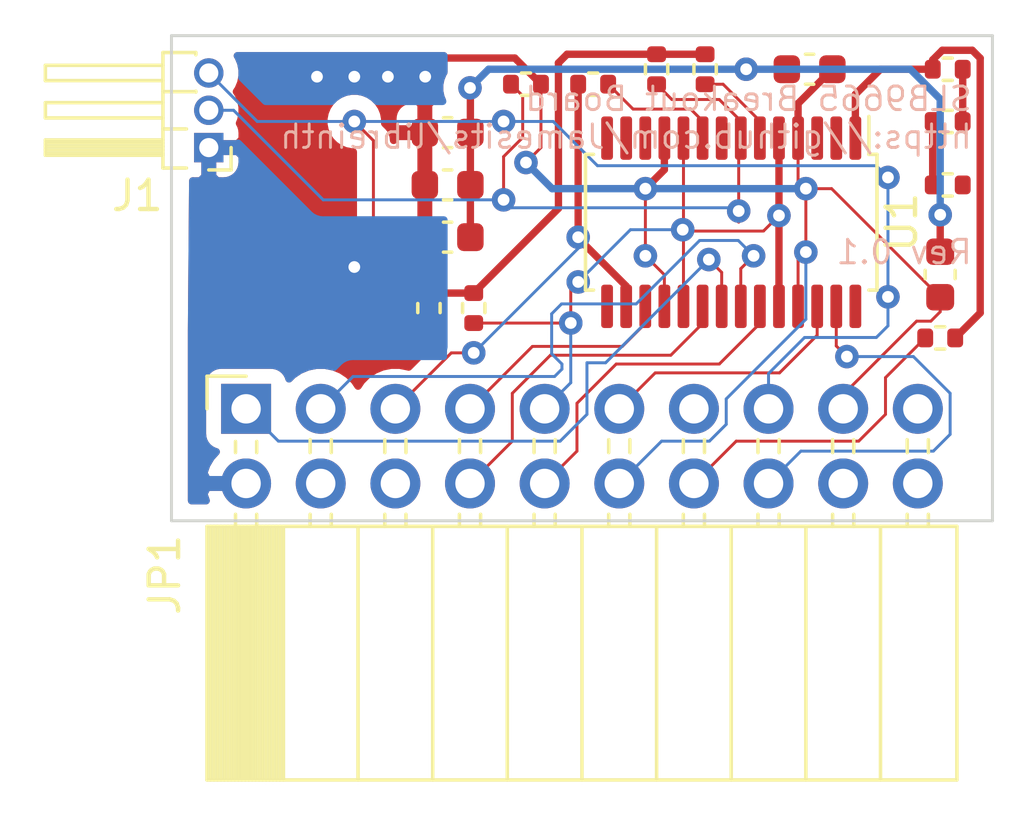
<source format=kicad_pcb>
(kicad_pcb (version 20171130) (host pcbnew "(5.1.10)-1")

  (general
    (thickness 1.6)
    (drawings 6)
    (tracks 208)
    (zones 0)
    (modules 18)
    (nets 21)
  )

  (page A4)
  (layers
    (0 F.Cu signal)
    (31 B.Cu signal)
    (32 B.Adhes user)
    (33 F.Adhes user)
    (34 B.Paste user)
    (35 F.Paste user)
    (36 B.SilkS user)
    (37 F.SilkS user)
    (38 B.Mask user)
    (39 F.Mask user)
    (40 Dwgs.User user)
    (41 Cmts.User user)
    (42 Eco1.User user)
    (43 Eco2.User user)
    (44 Edge.Cuts user)
    (45 Margin user)
    (46 B.CrtYd user)
    (47 F.CrtYd user)
    (48 B.Fab user)
    (49 F.Fab user)
  )

  (setup
    (last_trace_width 0.1)
    (user_trace_width 0.1)
    (user_trace_width 0.125)
    (trace_clearance 0.2)
    (zone_clearance 0.508)
    (zone_45_only no)
    (trace_min 0.05)
    (via_size 0.8)
    (via_drill 0.4)
    (via_min_size 0.4)
    (via_min_drill 0.3)
    (uvia_size 0.3)
    (uvia_drill 0.1)
    (uvias_allowed no)
    (uvia_min_size 0.2)
    (uvia_min_drill 0.1)
    (edge_width 0.1)
    (segment_width 0.2)
    (pcb_text_width 0.3)
    (pcb_text_size 1.5 1.5)
    (mod_edge_width 0.15)
    (mod_text_size 1 1)
    (mod_text_width 0.15)
    (pad_size 1.524 1.524)
    (pad_drill 0.762)
    (pad_to_mask_clearance 0)
    (aux_axis_origin 0 0)
    (visible_elements 7FFFFFFF)
    (pcbplotparams
      (layerselection 0x010fc_ffffffff)
      (usegerberextensions false)
      (usegerberattributes true)
      (usegerberadvancedattributes true)
      (creategerberjobfile true)
      (excludeedgelayer true)
      (linewidth 0.100000)
      (plotframeref false)
      (viasonmask false)
      (mode 1)
      (useauxorigin false)
      (hpglpennumber 1)
      (hpglpenspeed 20)
      (hpglpendiameter 15.000000)
      (psnegative false)
      (psa4output false)
      (plotreference true)
      (plotvalue true)
      (plotinvisibletext false)
      (padsonsilk false)
      (subtractmaskfromsilk false)
      (outputformat 1)
      (mirror false)
      (drillshape 1)
      (scaleselection 1)
      (outputdirectory ""))
  )

  (net 0 "")
  (net 1 GND)
  (net 2 "Net-(C1-Pad1)")
  (net 3 SERIRQ)
  (net 4 +3.3VP)
  (net 5 SMB_DAT)
  (net 6 LAD0)
  (net 7 LAD1)
  (net 8 +3V3)
  (net 9 LAD2)
  (net 10 LAD3)
  (net 11 LRESET#)
  (net 12 LFRAME#)
  (net 13 LCLK)
  (net 14 RESET)
  (net 15 PP)
  (net 16 "Net-(R4-Pad1)")
  (net 17 P1)
  (net 18 "Net-(R6-Pad2)")
  (net 19 PWR)
  (net 20 GPIO)

  (net_class Default "This is the default net class."
    (clearance 0.2)
    (trace_width 0.25)
    (via_dia 0.8)
    (via_drill 0.4)
    (uvia_dia 0.3)
    (uvia_drill 0.1)
    (add_net +3.3VP)
    (add_net +3V3)
    (add_net GND)
    (add_net GPIO)
    (add_net LAD0)
    (add_net LAD1)
    (add_net LAD2)
    (add_net LAD3)
    (add_net LCLK)
    (add_net LFRAME#)
    (add_net LPC_DRQ)
    (add_net LPC_PD)
    (add_net LP_CLKRUN)
    (add_net LRESET#)
    (add_net "Net-(C1-Pad1)")
    (add_net "Net-(JP1-Pad4)")
    (add_net "Net-(JP1-Pad6)")
    (add_net "Net-(R4-Pad1)")
    (add_net "Net-(R4-Pad2)")
    (add_net "Net-(R6-Pad2)")
    (add_net "Net-(U1-Pad12)")
    (add_net "Net-(U1-Pad13)")
    (add_net "Net-(U1-Pad14)")
    (add_net "Net-(U1-Pad15)")
    (add_net "Net-(U1-Pad2)")
    (add_net "Net-(U1-Pad28)")
    (add_net "Net-(U1-Pad3)")
    (add_net "Net-(U1-Pad8)")
    (add_net P1)
    (add_net PP)
    (add_net PWR)
    (add_net RESET)
    (add_net SERIRQ)
    (add_net SMB_CLK)
    (add_net SMB_DAT)
  )

  (module Package_SO:TSSOP-28_4.4x9.7mm_P0.65mm (layer F.Cu) (tedit 5E476F32) (tstamp 616351A3)
    (at 95.25 44.45 270)
    (descr "TSSOP, 28 Pin (JEDEC MO-153 Var AE https://www.jedec.org/document_search?search_api_views_fulltext=MO-153), generated with kicad-footprint-generator ipc_gullwing_generator.py")
    (tags "TSSOP SO")
    (path /6163EB6C)
    (attr smd)
    (fp_text reference U1 (at 0 -5.8 90) (layer F.SilkS)
      (effects (font (size 1 1) (thickness 0.15)))
    )
    (fp_text value SLB9665xT (at 0 5.8 90) (layer F.Fab)
      (effects (font (size 1 1) (thickness 0.15)))
    )
    (fp_text user %R (at 0 0 90) (layer F.Fab)
      (effects (font (size 1 1) (thickness 0.15)))
    )
    (fp_line (start 0 4.96) (end 2.31 4.96) (layer F.SilkS) (width 0.12))
    (fp_line (start 2.31 4.96) (end 2.31 4.685) (layer F.SilkS) (width 0.12))
    (fp_line (start 0 4.96) (end -2.31 4.96) (layer F.SilkS) (width 0.12))
    (fp_line (start -2.31 4.96) (end -2.31 4.685) (layer F.SilkS) (width 0.12))
    (fp_line (start 0 -4.96) (end 2.31 -4.96) (layer F.SilkS) (width 0.12))
    (fp_line (start 2.31 -4.96) (end 2.31 -4.685) (layer F.SilkS) (width 0.12))
    (fp_line (start 0 -4.96) (end -2.31 -4.96) (layer F.SilkS) (width 0.12))
    (fp_line (start -2.31 -4.96) (end -2.31 -4.685) (layer F.SilkS) (width 0.12))
    (fp_line (start -2.31 -4.685) (end -3.6 -4.685) (layer F.SilkS) (width 0.12))
    (fp_line (start -1.2 -4.85) (end 2.2 -4.85) (layer F.Fab) (width 0.1))
    (fp_line (start 2.2 -4.85) (end 2.2 4.85) (layer F.Fab) (width 0.1))
    (fp_line (start 2.2 4.85) (end -2.2 4.85) (layer F.Fab) (width 0.1))
    (fp_line (start -2.2 4.85) (end -2.2 -3.85) (layer F.Fab) (width 0.1))
    (fp_line (start -2.2 -3.85) (end -1.2 -4.85) (layer F.Fab) (width 0.1))
    (fp_line (start -3.85 -5.1) (end -3.85 5.1) (layer F.CrtYd) (width 0.05))
    (fp_line (start -3.85 5.1) (end 3.85 5.1) (layer F.CrtYd) (width 0.05))
    (fp_line (start 3.85 5.1) (end 3.85 -5.1) (layer F.CrtYd) (width 0.05))
    (fp_line (start 3.85 -5.1) (end -3.85 -5.1) (layer F.CrtYd) (width 0.05))
    (pad 28 smd roundrect (at 2.8625 -4.225 270) (size 1.475 0.4) (layers F.Cu F.Paste F.Mask) (roundrect_rratio 0.25))
    (pad 27 smd roundrect (at 2.8625 -3.575 270) (size 1.475 0.4) (layers F.Cu F.Paste F.Mask) (roundrect_rratio 0.25)
      (net 3 SERIRQ))
    (pad 26 smd roundrect (at 2.8625 -2.925 270) (size 1.475 0.4) (layers F.Cu F.Paste F.Mask) (roundrect_rratio 0.25)
      (net 6 LAD0))
    (pad 25 smd roundrect (at 2.8625 -2.275 270) (size 1.475 0.4) (layers F.Cu F.Paste F.Mask) (roundrect_rratio 0.25)
      (net 1 GND))
    (pad 24 smd roundrect (at 2.8625 -1.625 270) (size 1.475 0.4) (layers F.Cu F.Paste F.Mask) (roundrect_rratio 0.25)
      (net 8 +3V3))
    (pad 23 smd roundrect (at 2.8625 -0.975 270) (size 1.475 0.4) (layers F.Cu F.Paste F.Mask) (roundrect_rratio 0.25)
      (net 7 LAD1))
    (pad 22 smd roundrect (at 2.8625 -0.325 270) (size 1.475 0.4) (layers F.Cu F.Paste F.Mask) (roundrect_rratio 0.25)
      (net 12 LFRAME#))
    (pad 21 smd roundrect (at 2.8625 0.325 270) (size 1.475 0.4) (layers F.Cu F.Paste F.Mask) (roundrect_rratio 0.25)
      (net 13 LCLK))
    (pad 20 smd roundrect (at 2.8625 0.975 270) (size 1.475 0.4) (layers F.Cu F.Paste F.Mask) (roundrect_rratio 0.25)
      (net 9 LAD2))
    (pad 19 smd roundrect (at 2.8625 1.625 270) (size 1.475 0.4) (layers F.Cu F.Paste F.Mask) (roundrect_rratio 0.25)
      (net 8 +3V3))
    (pad 18 smd roundrect (at 2.8625 2.275 270) (size 1.475 0.4) (layers F.Cu F.Paste F.Mask) (roundrect_rratio 0.25)
      (net 1 GND))
    (pad 17 smd roundrect (at 2.8625 2.925 270) (size 1.475 0.4) (layers F.Cu F.Paste F.Mask) (roundrect_rratio 0.25)
      (net 10 LAD3))
    (pad 16 smd roundrect (at 2.8625 3.575 270) (size 1.475 0.4) (layers F.Cu F.Paste F.Mask) (roundrect_rratio 0.25)
      (net 11 LRESET#))
    (pad 15 smd roundrect (at 2.8625 4.225 270) (size 1.475 0.4) (layers F.Cu F.Paste F.Mask) (roundrect_rratio 0.25))
    (pad 14 smd roundrect (at -2.8625 4.225 270) (size 1.475 0.4) (layers F.Cu F.Paste F.Mask) (roundrect_rratio 0.25))
    (pad 13 smd roundrect (at -2.8625 3.575 270) (size 1.475 0.4) (layers F.Cu F.Paste F.Mask) (roundrect_rratio 0.25))
    (pad 12 smd roundrect (at -2.8625 2.925 270) (size 1.475 0.4) (layers F.Cu F.Paste F.Mask) (roundrect_rratio 0.25))
    (pad 11 smd roundrect (at -2.8625 2.275 270) (size 1.475 0.4) (layers F.Cu F.Paste F.Mask) (roundrect_rratio 0.25)
      (net 1 GND))
    (pad 10 smd roundrect (at -2.8625 1.625 270) (size 1.475 0.4) (layers F.Cu F.Paste F.Mask) (roundrect_rratio 0.25)
      (net 8 +3V3))
    (pad 9 smd roundrect (at -2.8625 0.975 270) (size 1.475 0.4) (layers F.Cu F.Paste F.Mask) (roundrect_rratio 0.25)
      (net 14 RESET))
    (pad 8 smd roundrect (at -2.8625 0.325 270) (size 1.475 0.4) (layers F.Cu F.Paste F.Mask) (roundrect_rratio 0.25))
    (pad 7 smd roundrect (at -2.8625 -0.325 270) (size 1.475 0.4) (layers F.Cu F.Paste F.Mask) (roundrect_rratio 0.25)
      (net 15 PP))
    (pad 6 smd roundrect (at -2.8625 -0.975 270) (size 1.475 0.4) (layers F.Cu F.Paste F.Mask) (roundrect_rratio 0.25)
      (net 20 GPIO))
    (pad 5 smd roundrect (at -2.8625 -1.625 270) (size 1.475 0.4) (layers F.Cu F.Paste F.Mask) (roundrect_rratio 0.25)
      (net 8 +3V3))
    (pad 4 smd roundrect (at -2.8625 -2.275 270) (size 1.475 0.4) (layers F.Cu F.Paste F.Mask) (roundrect_rratio 0.25)
      (net 1 GND))
    (pad 3 smd roundrect (at -2.8625 -2.925 270) (size 1.475 0.4) (layers F.Cu F.Paste F.Mask) (roundrect_rratio 0.25))
    (pad 2 smd roundrect (at -2.8625 -3.575 270) (size 1.475 0.4) (layers F.Cu F.Paste F.Mask) (roundrect_rratio 0.25))
    (pad 1 smd roundrect (at -2.8625 -4.225 270) (size 1.475 0.4) (layers F.Cu F.Paste F.Mask) (roundrect_rratio 0.25)
      (net 17 P1))
    (model ${KISYS3DMOD}/Package_SO.3dshapes/TSSOP-28_4.4x9.7mm_P0.65mm.wrl
      (at (xyz 0 0 0))
      (scale (xyz 1 1 1))
      (rotate (xyz 0 0 0))
    )
  )

  (module Connector_PinSocket_2.54mm:PinSocket_2x10_P2.54mm_Horizontal (layer F.Cu) (tedit 5A19A430) (tstamp 616350B6)
    (at 78.74 50.8 90)
    (descr "Through hole angled socket strip, 2x10, 2.54mm pitch, 8.51mm socket length, double cols (from Kicad 4.0.7), script generated")
    (tags "Through hole angled socket strip THT 2x10 2.54mm double row")
    (path /6162D73D)
    (fp_text reference JP1 (at -5.65 -2.77 90) (layer F.SilkS)
      (effects (font (size 1 1) (thickness 0.15)))
    )
    (fp_text value Conn_02x10_Odd_Even (at -5.65 25.63 90) (layer F.Fab)
      (effects (font (size 1 1) (thickness 0.15)))
    )
    (fp_text user %R (at -8.315 11.43) (layer F.Fab)
      (effects (font (size 1 1) (thickness 0.15)))
    )
    (fp_line (start -12.57 -1.27) (end -5.03 -1.27) (layer F.Fab) (width 0.1))
    (fp_line (start -5.03 -1.27) (end -4.06 -0.3) (layer F.Fab) (width 0.1))
    (fp_line (start -4.06 -0.3) (end -4.06 24.13) (layer F.Fab) (width 0.1))
    (fp_line (start -4.06 24.13) (end -12.57 24.13) (layer F.Fab) (width 0.1))
    (fp_line (start -12.57 24.13) (end -12.57 -1.27) (layer F.Fab) (width 0.1))
    (fp_line (start 0 -0.3) (end -4.06 -0.3) (layer F.Fab) (width 0.1))
    (fp_line (start -4.06 0.3) (end 0 0.3) (layer F.Fab) (width 0.1))
    (fp_line (start 0 0.3) (end 0 -0.3) (layer F.Fab) (width 0.1))
    (fp_line (start 0 2.24) (end -4.06 2.24) (layer F.Fab) (width 0.1))
    (fp_line (start -4.06 2.84) (end 0 2.84) (layer F.Fab) (width 0.1))
    (fp_line (start 0 2.84) (end 0 2.24) (layer F.Fab) (width 0.1))
    (fp_line (start 0 4.78) (end -4.06 4.78) (layer F.Fab) (width 0.1))
    (fp_line (start -4.06 5.38) (end 0 5.38) (layer F.Fab) (width 0.1))
    (fp_line (start 0 5.38) (end 0 4.78) (layer F.Fab) (width 0.1))
    (fp_line (start 0 7.32) (end -4.06 7.32) (layer F.Fab) (width 0.1))
    (fp_line (start -4.06 7.92) (end 0 7.92) (layer F.Fab) (width 0.1))
    (fp_line (start 0 7.92) (end 0 7.32) (layer F.Fab) (width 0.1))
    (fp_line (start 0 9.86) (end -4.06 9.86) (layer F.Fab) (width 0.1))
    (fp_line (start -4.06 10.46) (end 0 10.46) (layer F.Fab) (width 0.1))
    (fp_line (start 0 10.46) (end 0 9.86) (layer F.Fab) (width 0.1))
    (fp_line (start 0 12.4) (end -4.06 12.4) (layer F.Fab) (width 0.1))
    (fp_line (start -4.06 13) (end 0 13) (layer F.Fab) (width 0.1))
    (fp_line (start 0 13) (end 0 12.4) (layer F.Fab) (width 0.1))
    (fp_line (start 0 14.94) (end -4.06 14.94) (layer F.Fab) (width 0.1))
    (fp_line (start -4.06 15.54) (end 0 15.54) (layer F.Fab) (width 0.1))
    (fp_line (start 0 15.54) (end 0 14.94) (layer F.Fab) (width 0.1))
    (fp_line (start 0 17.48) (end -4.06 17.48) (layer F.Fab) (width 0.1))
    (fp_line (start -4.06 18.08) (end 0 18.08) (layer F.Fab) (width 0.1))
    (fp_line (start 0 18.08) (end 0 17.48) (layer F.Fab) (width 0.1))
    (fp_line (start 0 20.02) (end -4.06 20.02) (layer F.Fab) (width 0.1))
    (fp_line (start -4.06 20.62) (end 0 20.62) (layer F.Fab) (width 0.1))
    (fp_line (start 0 20.62) (end 0 20.02) (layer F.Fab) (width 0.1))
    (fp_line (start 0 22.56) (end -4.06 22.56) (layer F.Fab) (width 0.1))
    (fp_line (start -4.06 23.16) (end 0 23.16) (layer F.Fab) (width 0.1))
    (fp_line (start 0 23.16) (end 0 22.56) (layer F.Fab) (width 0.1))
    (fp_line (start -12.63 -1.21) (end -4 -1.21) (layer F.SilkS) (width 0.12))
    (fp_line (start -12.63 -1.091905) (end -4 -1.091905) (layer F.SilkS) (width 0.12))
    (fp_line (start -12.63 -0.97381) (end -4 -0.97381) (layer F.SilkS) (width 0.12))
    (fp_line (start -12.63 -0.855715) (end -4 -0.855715) (layer F.SilkS) (width 0.12))
    (fp_line (start -12.63 -0.73762) (end -4 -0.73762) (layer F.SilkS) (width 0.12))
    (fp_line (start -12.63 -0.619525) (end -4 -0.619525) (layer F.SilkS) (width 0.12))
    (fp_line (start -12.63 -0.50143) (end -4 -0.50143) (layer F.SilkS) (width 0.12))
    (fp_line (start -12.63 -0.383335) (end -4 -0.383335) (layer F.SilkS) (width 0.12))
    (fp_line (start -12.63 -0.26524) (end -4 -0.26524) (layer F.SilkS) (width 0.12))
    (fp_line (start -12.63 -0.147145) (end -4 -0.147145) (layer F.SilkS) (width 0.12))
    (fp_line (start -12.63 -0.02905) (end -4 -0.02905) (layer F.SilkS) (width 0.12))
    (fp_line (start -12.63 0.089045) (end -4 0.089045) (layer F.SilkS) (width 0.12))
    (fp_line (start -12.63 0.20714) (end -4 0.20714) (layer F.SilkS) (width 0.12))
    (fp_line (start -12.63 0.325235) (end -4 0.325235) (layer F.SilkS) (width 0.12))
    (fp_line (start -12.63 0.44333) (end -4 0.44333) (layer F.SilkS) (width 0.12))
    (fp_line (start -12.63 0.561425) (end -4 0.561425) (layer F.SilkS) (width 0.12))
    (fp_line (start -12.63 0.67952) (end -4 0.67952) (layer F.SilkS) (width 0.12))
    (fp_line (start -12.63 0.797615) (end -4 0.797615) (layer F.SilkS) (width 0.12))
    (fp_line (start -12.63 0.91571) (end -4 0.91571) (layer F.SilkS) (width 0.12))
    (fp_line (start -12.63 1.033805) (end -4 1.033805) (layer F.SilkS) (width 0.12))
    (fp_line (start -12.63 1.1519) (end -4 1.1519) (layer F.SilkS) (width 0.12))
    (fp_line (start -4 -0.36) (end -3.59 -0.36) (layer F.SilkS) (width 0.12))
    (fp_line (start -1.49 -0.36) (end -1.11 -0.36) (layer F.SilkS) (width 0.12))
    (fp_line (start -4 0.36) (end -3.59 0.36) (layer F.SilkS) (width 0.12))
    (fp_line (start -1.49 0.36) (end -1.11 0.36) (layer F.SilkS) (width 0.12))
    (fp_line (start -4 2.18) (end -3.59 2.18) (layer F.SilkS) (width 0.12))
    (fp_line (start -1.49 2.18) (end -1.05 2.18) (layer F.SilkS) (width 0.12))
    (fp_line (start -4 2.9) (end -3.59 2.9) (layer F.SilkS) (width 0.12))
    (fp_line (start -1.49 2.9) (end -1.05 2.9) (layer F.SilkS) (width 0.12))
    (fp_line (start -4 4.72) (end -3.59 4.72) (layer F.SilkS) (width 0.12))
    (fp_line (start -1.49 4.72) (end -1.05 4.72) (layer F.SilkS) (width 0.12))
    (fp_line (start -4 5.44) (end -3.59 5.44) (layer F.SilkS) (width 0.12))
    (fp_line (start -1.49 5.44) (end -1.05 5.44) (layer F.SilkS) (width 0.12))
    (fp_line (start -4 7.26) (end -3.59 7.26) (layer F.SilkS) (width 0.12))
    (fp_line (start -1.49 7.26) (end -1.05 7.26) (layer F.SilkS) (width 0.12))
    (fp_line (start -4 7.98) (end -3.59 7.98) (layer F.SilkS) (width 0.12))
    (fp_line (start -1.49 7.98) (end -1.05 7.98) (layer F.SilkS) (width 0.12))
    (fp_line (start -4 9.8) (end -3.59 9.8) (layer F.SilkS) (width 0.12))
    (fp_line (start -1.49 9.8) (end -1.05 9.8) (layer F.SilkS) (width 0.12))
    (fp_line (start -4 10.52) (end -3.59 10.52) (layer F.SilkS) (width 0.12))
    (fp_line (start -1.49 10.52) (end -1.05 10.52) (layer F.SilkS) (width 0.12))
    (fp_line (start -4 12.34) (end -3.59 12.34) (layer F.SilkS) (width 0.12))
    (fp_line (start -1.49 12.34) (end -1.05 12.34) (layer F.SilkS) (width 0.12))
    (fp_line (start -4 13.06) (end -3.59 13.06) (layer F.SilkS) (width 0.12))
    (fp_line (start -1.49 13.06) (end -1.05 13.06) (layer F.SilkS) (width 0.12))
    (fp_line (start -4 14.88) (end -3.59 14.88) (layer F.SilkS) (width 0.12))
    (fp_line (start -1.49 14.88) (end -1.05 14.88) (layer F.SilkS) (width 0.12))
    (fp_line (start -4 15.6) (end -3.59 15.6) (layer F.SilkS) (width 0.12))
    (fp_line (start -1.49 15.6) (end -1.05 15.6) (layer F.SilkS) (width 0.12))
    (fp_line (start -4 17.42) (end -3.59 17.42) (layer F.SilkS) (width 0.12))
    (fp_line (start -1.49 17.42) (end -1.05 17.42) (layer F.SilkS) (width 0.12))
    (fp_line (start -4 18.14) (end -3.59 18.14) (layer F.SilkS) (width 0.12))
    (fp_line (start -1.49 18.14) (end -1.05 18.14) (layer F.SilkS) (width 0.12))
    (fp_line (start -4 19.96) (end -3.59 19.96) (layer F.SilkS) (width 0.12))
    (fp_line (start -1.49 19.96) (end -1.05 19.96) (layer F.SilkS) (width 0.12))
    (fp_line (start -4 20.68) (end -3.59 20.68) (layer F.SilkS) (width 0.12))
    (fp_line (start -1.49 20.68) (end -1.05 20.68) (layer F.SilkS) (width 0.12))
    (fp_line (start -4 22.5) (end -3.59 22.5) (layer F.SilkS) (width 0.12))
    (fp_line (start -1.49 22.5) (end -1.05 22.5) (layer F.SilkS) (width 0.12))
    (fp_line (start -4 23.22) (end -3.59 23.22) (layer F.SilkS) (width 0.12))
    (fp_line (start -1.49 23.22) (end -1.05 23.22) (layer F.SilkS) (width 0.12))
    (fp_line (start -12.63 1.27) (end -4 1.27) (layer F.SilkS) (width 0.12))
    (fp_line (start -12.63 3.81) (end -4 3.81) (layer F.SilkS) (width 0.12))
    (fp_line (start -12.63 6.35) (end -4 6.35) (layer F.SilkS) (width 0.12))
    (fp_line (start -12.63 8.89) (end -4 8.89) (layer F.SilkS) (width 0.12))
    (fp_line (start -12.63 11.43) (end -4 11.43) (layer F.SilkS) (width 0.12))
    (fp_line (start -12.63 13.97) (end -4 13.97) (layer F.SilkS) (width 0.12))
    (fp_line (start -12.63 16.51) (end -4 16.51) (layer F.SilkS) (width 0.12))
    (fp_line (start -12.63 19.05) (end -4 19.05) (layer F.SilkS) (width 0.12))
    (fp_line (start -12.63 21.59) (end -4 21.59) (layer F.SilkS) (width 0.12))
    (fp_line (start -12.63 -1.33) (end -4 -1.33) (layer F.SilkS) (width 0.12))
    (fp_line (start -4 -1.33) (end -4 24.19) (layer F.SilkS) (width 0.12))
    (fp_line (start -12.63 24.19) (end -4 24.19) (layer F.SilkS) (width 0.12))
    (fp_line (start -12.63 -1.33) (end -12.63 24.19) (layer F.SilkS) (width 0.12))
    (fp_line (start 1.11 -1.33) (end 1.11 0) (layer F.SilkS) (width 0.12))
    (fp_line (start 0 -1.33) (end 1.11 -1.33) (layer F.SilkS) (width 0.12))
    (fp_line (start 1.8 -1.75) (end -13.05 -1.75) (layer F.CrtYd) (width 0.05))
    (fp_line (start -13.05 -1.75) (end -13.05 24.65) (layer F.CrtYd) (width 0.05))
    (fp_line (start -13.05 24.65) (end 1.8 24.65) (layer F.CrtYd) (width 0.05))
    (fp_line (start 1.8 24.65) (end 1.8 -1.75) (layer F.CrtYd) (width 0.05))
    (pad 20 thru_hole oval (at -2.54 22.86 90) (size 1.7 1.7) (drill 1) (layers *.Cu *.Mask))
    (pad 19 thru_hole oval (at 0 22.86 90) (size 1.7 1.7) (drill 1) (layers *.Cu *.Mask))
    (pad 18 thru_hole oval (at -2.54 20.32 90) (size 1.7 1.7) (drill 1) (layers *.Cu *.Mask))
    (pad 17 thru_hole oval (at 0 20.32 90) (size 1.7 1.7) (drill 1) (layers *.Cu *.Mask)
      (net 1 GND))
    (pad 16 thru_hole oval (at -2.54 17.78 90) (size 1.7 1.7) (drill 1) (layers *.Cu *.Mask)
      (net 3 SERIRQ))
    (pad 15 thru_hole oval (at 0 17.78 90) (size 1.7 1.7) (drill 1) (layers *.Cu *.Mask)
      (net 4 +3.3VP))
    (pad 14 thru_hole oval (at -2.54 15.24 90) (size 1.7 1.7) (drill 1) (layers *.Cu *.Mask)
      (net 5 SMB_DAT))
    (pad 13 thru_hole oval (at 0 15.24 90) (size 1.7 1.7) (drill 1) (layers *.Cu *.Mask))
    (pad 12 thru_hole oval (at -2.54 12.7 90) (size 1.7 1.7) (drill 1) (layers *.Cu *.Mask)
      (net 1 GND))
    (pad 11 thru_hole oval (at 0 12.7 90) (size 1.7 1.7) (drill 1) (layers *.Cu *.Mask)
      (net 6 LAD0))
    (pad 10 thru_hole oval (at -2.54 10.16 90) (size 1.7 1.7) (drill 1) (layers *.Cu *.Mask)
      (net 7 LAD1))
    (pad 9 thru_hole oval (at 0 10.16 90) (size 1.7 1.7) (drill 1) (layers *.Cu *.Mask)
      (net 8 +3V3))
    (pad 8 thru_hole oval (at -2.54 7.62 90) (size 1.7 1.7) (drill 1) (layers *.Cu *.Mask)
      (net 9 LAD2))
    (pad 7 thru_hole oval (at 0 7.62 90) (size 1.7 1.7) (drill 1) (layers *.Cu *.Mask)
      (net 10 LAD3))
    (pad 6 thru_hole oval (at -2.54 5.08 90) (size 1.7 1.7) (drill 1) (layers *.Cu *.Mask))
    (pad 5 thru_hole oval (at 0 5.08 90) (size 1.7 1.7) (drill 1) (layers *.Cu *.Mask)
      (net 11 LRESET#))
    (pad 4 thru_hole oval (at -2.54 2.54 90) (size 1.7 1.7) (drill 1) (layers *.Cu *.Mask))
    (pad 3 thru_hole oval (at 0 2.54 90) (size 1.7 1.7) (drill 1) (layers *.Cu *.Mask)
      (net 12 LFRAME#))
    (pad 2 thru_hole oval (at -2.54 0 90) (size 1.7 1.7) (drill 1) (layers *.Cu *.Mask)
      (net 1 GND))
    (pad 1 thru_hole rect (at 0 0 90) (size 1.7 1.7) (drill 1) (layers *.Cu *.Mask)
      (net 13 LCLK))
    (model ${KISYS3DMOD}/Connector_PinSocket_2.54mm.3dshapes/PinSocket_2x10_P2.54mm_Horizontal.wrl
      (at (xyz 0 0 0))
      (scale (xyz 1 1 1))
      (rotate (xyz 0 0 0))
    )
  )

  (module Resistor_SMD:R_0402_1005Metric (layer F.Cu) (tedit 5F68FEEE) (tstamp 61635160)
    (at 84.963 47.371 270)
    (descr "Resistor SMD 0402 (1005 Metric), square (rectangular) end terminal, IPC_7351 nominal, (Body size source: IPC-SM-782 page 72, https://www.pcb-3d.com/wordpress/wp-content/uploads/ipc-sm-782a_amendment_1_and_2.pdf), generated with kicad-footprint-generator")
    (tags resistor)
    (path /616567DF)
    (attr smd)
    (fp_text reference R17 (at 0 -1.17 90) (layer F.SilkS) hide
      (effects (font (size 1 1) (thickness 0.15)))
    )
    (fp_text value 0 (at 0 1.17 90) (layer F.Fab)
      (effects (font (size 1 1) (thickness 0.15)))
    )
    (fp_text user %R (at 0 0 90) (layer F.Fab)
      (effects (font (size 0.26 0.26) (thickness 0.04)))
    )
    (fp_line (start -0.525 0.27) (end -0.525 -0.27) (layer F.Fab) (width 0.1))
    (fp_line (start -0.525 -0.27) (end 0.525 -0.27) (layer F.Fab) (width 0.1))
    (fp_line (start 0.525 -0.27) (end 0.525 0.27) (layer F.Fab) (width 0.1))
    (fp_line (start 0.525 0.27) (end -0.525 0.27) (layer F.Fab) (width 0.1))
    (fp_line (start -0.153641 -0.38) (end 0.153641 -0.38) (layer F.SilkS) (width 0.12))
    (fp_line (start -0.153641 0.38) (end 0.153641 0.38) (layer F.SilkS) (width 0.12))
    (fp_line (start -0.93 0.47) (end -0.93 -0.47) (layer F.CrtYd) (width 0.05))
    (fp_line (start -0.93 -0.47) (end 0.93 -0.47) (layer F.CrtYd) (width 0.05))
    (fp_line (start 0.93 -0.47) (end 0.93 0.47) (layer F.CrtYd) (width 0.05))
    (fp_line (start 0.93 0.47) (end -0.93 0.47) (layer F.CrtYd) (width 0.05))
    (pad 2 smd roundrect (at 0.51 0 270) (size 0.54 0.64) (layers F.Cu F.Paste F.Mask) (roundrect_rratio 0.25)
      (net 4 +3.3VP))
    (pad 1 smd roundrect (at -0.51 0 270) (size 0.54 0.64) (layers F.Cu F.Paste F.Mask) (roundrect_rratio 0.25)
      (net 19 PWR))
    (model ${KISYS3DMOD}/Resistor_SMD.3dshapes/R_0402_1005Metric.wrl
      (at (xyz 0 0 0))
      (scale (xyz 1 1 1))
      (rotate (xyz 0 0 0))
    )
  )

  (module Resistor_SMD:R_0402_1005Metric (layer F.Cu) (tedit 5F68FEEE) (tstamp 6163514F)
    (at 86.487 47.371 270)
    (descr "Resistor SMD 0402 (1005 Metric), square (rectangular) end terminal, IPC_7351 nominal, (Body size source: IPC-SM-782 page 72, https://www.pcb-3d.com/wordpress/wp-content/uploads/ipc-sm-782a_amendment_1_and_2.pdf), generated with kicad-footprint-generator")
    (tags resistor)
    (path /6165581D)
    (attr smd)
    (fp_text reference R16 (at 0 -1.17 90) (layer F.SilkS) hide
      (effects (font (size 1 1) (thickness 0.15)))
    )
    (fp_text value 0 (at 0 1.17 90) (layer F.Fab)
      (effects (font (size 1 1) (thickness 0.15)))
    )
    (fp_text user %R (at 0 0 90) (layer F.Fab)
      (effects (font (size 0.26 0.26) (thickness 0.04)))
    )
    (fp_line (start -0.525 0.27) (end -0.525 -0.27) (layer F.Fab) (width 0.1))
    (fp_line (start -0.525 -0.27) (end 0.525 -0.27) (layer F.Fab) (width 0.1))
    (fp_line (start 0.525 -0.27) (end 0.525 0.27) (layer F.Fab) (width 0.1))
    (fp_line (start 0.525 0.27) (end -0.525 0.27) (layer F.Fab) (width 0.1))
    (fp_line (start -0.153641 -0.38) (end 0.153641 -0.38) (layer F.SilkS) (width 0.12))
    (fp_line (start -0.153641 0.38) (end 0.153641 0.38) (layer F.SilkS) (width 0.12))
    (fp_line (start -0.93 0.47) (end -0.93 -0.47) (layer F.CrtYd) (width 0.05))
    (fp_line (start -0.93 -0.47) (end 0.93 -0.47) (layer F.CrtYd) (width 0.05))
    (fp_line (start 0.93 -0.47) (end 0.93 0.47) (layer F.CrtYd) (width 0.05))
    (fp_line (start 0.93 0.47) (end -0.93 0.47) (layer F.CrtYd) (width 0.05))
    (pad 2 smd roundrect (at 0.51 0 270) (size 0.54 0.64) (layers F.Cu F.Paste F.Mask) (roundrect_rratio 0.25)
      (net 8 +3V3))
    (pad 1 smd roundrect (at -0.51 0 270) (size 0.54 0.64) (layers F.Cu F.Paste F.Mask) (roundrect_rratio 0.25)
      (net 19 PWR))
    (model ${KISYS3DMOD}/Resistor_SMD.3dshapes/R_0402_1005Metric.wrl
      (at (xyz 0 0 0))
      (scale (xyz 1 1 1))
      (rotate (xyz 0 0 0))
    )
  )

  (module Resistor_SMD:R_0402_1005Metric (layer F.Cu) (tedit 5F68FEEE) (tstamp 6163513E)
    (at 94.361 39.243 90)
    (descr "Resistor SMD 0402 (1005 Metric), square (rectangular) end terminal, IPC_7351 nominal, (Body size source: IPC-SM-782 page 72, https://www.pcb-3d.com/wordpress/wp-content/uploads/ipc-sm-782a_amendment_1_and_2.pdf), generated with kicad-footprint-generator")
    (tags resistor)
    (path /61665B12)
    (attr smd)
    (fp_text reference R9 (at 0 -1.17 90) (layer F.SilkS) hide
      (effects (font (size 1 1) (thickness 0.15)))
    )
    (fp_text value R (at 0 1.17 90) (layer F.Fab)
      (effects (font (size 1 1) (thickness 0.15)))
    )
    (fp_text user %R (at 0 0 90) (layer F.Fab)
      (effects (font (size 0.26 0.26) (thickness 0.04)))
    )
    (fp_line (start -0.525 0.27) (end -0.525 -0.27) (layer F.Fab) (width 0.1))
    (fp_line (start -0.525 -0.27) (end 0.525 -0.27) (layer F.Fab) (width 0.1))
    (fp_line (start 0.525 -0.27) (end 0.525 0.27) (layer F.Fab) (width 0.1))
    (fp_line (start 0.525 0.27) (end -0.525 0.27) (layer F.Fab) (width 0.1))
    (fp_line (start -0.153641 -0.38) (end 0.153641 -0.38) (layer F.SilkS) (width 0.12))
    (fp_line (start -0.153641 0.38) (end 0.153641 0.38) (layer F.SilkS) (width 0.12))
    (fp_line (start -0.93 0.47) (end -0.93 -0.47) (layer F.CrtYd) (width 0.05))
    (fp_line (start -0.93 -0.47) (end 0.93 -0.47) (layer F.CrtYd) (width 0.05))
    (fp_line (start 0.93 -0.47) (end 0.93 0.47) (layer F.CrtYd) (width 0.05))
    (fp_line (start 0.93 0.47) (end -0.93 0.47) (layer F.CrtYd) (width 0.05))
    (pad 2 smd roundrect (at 0.51 0 90) (size 0.54 0.64) (layers F.Cu F.Paste F.Mask) (roundrect_rratio 0.25)
      (net 19 PWR))
    (pad 1 smd roundrect (at -0.51 0 90) (size 0.54 0.64) (layers F.Cu F.Paste F.Mask) (roundrect_rratio 0.25)
      (net 20 GPIO))
    (model ${KISYS3DMOD}/Resistor_SMD.3dshapes/R_0402_1005Metric.wrl
      (at (xyz 0 0 0))
      (scale (xyz 1 1 1))
      (rotate (xyz 0 0 0))
    )
  )

  (module Resistor_SMD:R_0402_1005Metric (layer F.Cu) (tedit 5F68FEEE) (tstamp 6163512D)
    (at 92.71 39.243 90)
    (descr "Resistor SMD 0402 (1005 Metric), square (rectangular) end terminal, IPC_7351 nominal, (Body size source: IPC-SM-782 page 72, https://www.pcb-3d.com/wordpress/wp-content/uploads/ipc-sm-782a_amendment_1_and_2.pdf), generated with kicad-footprint-generator")
    (tags resistor)
    (path /6166620C)
    (attr smd)
    (fp_text reference R8 (at 0 -1.17 90) (layer F.SilkS) hide
      (effects (font (size 1 1) (thickness 0.15)))
    )
    (fp_text value R (at 0 1.17 90) (layer F.Fab)
      (effects (font (size 1 1) (thickness 0.15)))
    )
    (fp_text user %R (at 0 0 90) (layer F.Fab)
      (effects (font (size 0.26 0.26) (thickness 0.04)))
    )
    (fp_line (start -0.525 0.27) (end -0.525 -0.27) (layer F.Fab) (width 0.1))
    (fp_line (start -0.525 -0.27) (end 0.525 -0.27) (layer F.Fab) (width 0.1))
    (fp_line (start 0.525 -0.27) (end 0.525 0.27) (layer F.Fab) (width 0.1))
    (fp_line (start 0.525 0.27) (end -0.525 0.27) (layer F.Fab) (width 0.1))
    (fp_line (start -0.153641 -0.38) (end 0.153641 -0.38) (layer F.SilkS) (width 0.12))
    (fp_line (start -0.153641 0.38) (end 0.153641 0.38) (layer F.SilkS) (width 0.12))
    (fp_line (start -0.93 0.47) (end -0.93 -0.47) (layer F.CrtYd) (width 0.05))
    (fp_line (start -0.93 -0.47) (end 0.93 -0.47) (layer F.CrtYd) (width 0.05))
    (fp_line (start 0.93 -0.47) (end 0.93 0.47) (layer F.CrtYd) (width 0.05))
    (fp_line (start 0.93 0.47) (end -0.93 0.47) (layer F.CrtYd) (width 0.05))
    (pad 2 smd roundrect (at 0.51 0 90) (size 0.54 0.64) (layers F.Cu F.Paste F.Mask) (roundrect_rratio 0.25)
      (net 19 PWR))
    (pad 1 smd roundrect (at -0.51 0 90) (size 0.54 0.64) (layers F.Cu F.Paste F.Mask) (roundrect_rratio 0.25)
      (net 15 PP))
    (model ${KISYS3DMOD}/Resistor_SMD.3dshapes/R_0402_1005Metric.wrl
      (at (xyz 0 0 0))
      (scale (xyz 1 1 1))
      (rotate (xyz 0 0 0))
    )
  )

  (module Resistor_SMD:R_0402_1005Metric (layer F.Cu) (tedit 5F68FEEE) (tstamp 6163511C)
    (at 102.616 41.021 180)
    (descr "Resistor SMD 0402 (1005 Metric), square (rectangular) end terminal, IPC_7351 nominal, (Body size source: IPC-SM-782 page 72, https://www.pcb-3d.com/wordpress/wp-content/uploads/ipc-sm-782a_amendment_1_and_2.pdf), generated with kicad-footprint-generator")
    (tags resistor)
    (path /61664971)
    (attr smd)
    (fp_text reference R7 (at 0 -1.17) (layer F.SilkS) hide
      (effects (font (size 1 1) (thickness 0.15)))
    )
    (fp_text value R (at 0 1.17) (layer F.Fab)
      (effects (font (size 1 1) (thickness 0.15)))
    )
    (fp_text user %R (at 0 0) (layer F.Fab)
      (effects (font (size 0.26 0.26) (thickness 0.04)))
    )
    (fp_line (start -0.525 0.27) (end -0.525 -0.27) (layer F.Fab) (width 0.1))
    (fp_line (start -0.525 -0.27) (end 0.525 -0.27) (layer F.Fab) (width 0.1))
    (fp_line (start 0.525 -0.27) (end 0.525 0.27) (layer F.Fab) (width 0.1))
    (fp_line (start 0.525 0.27) (end -0.525 0.27) (layer F.Fab) (width 0.1))
    (fp_line (start -0.153641 -0.38) (end 0.153641 -0.38) (layer F.SilkS) (width 0.12))
    (fp_line (start -0.153641 0.38) (end 0.153641 0.38) (layer F.SilkS) (width 0.12))
    (fp_line (start -0.93 0.47) (end -0.93 -0.47) (layer F.CrtYd) (width 0.05))
    (fp_line (start -0.93 -0.47) (end 0.93 -0.47) (layer F.CrtYd) (width 0.05))
    (fp_line (start 0.93 -0.47) (end 0.93 0.47) (layer F.CrtYd) (width 0.05))
    (fp_line (start 0.93 0.47) (end -0.93 0.47) (layer F.CrtYd) (width 0.05))
    (pad 2 smd roundrect (at 0.51 0 180) (size 0.54 0.64) (layers F.Cu F.Paste F.Mask) (roundrect_rratio 0.25)
      (net 16 "Net-(R4-Pad1)"))
    (pad 1 smd roundrect (at -0.51 0 180) (size 0.54 0.64) (layers F.Cu F.Paste F.Mask) (roundrect_rratio 0.25)
      (net 18 "Net-(R6-Pad2)"))
    (model ${KISYS3DMOD}/Resistor_SMD.3dshapes/R_0402_1005Metric.wrl
      (at (xyz 0 0 0))
      (scale (xyz 1 1 1))
      (rotate (xyz 0 0 0))
    )
  )

  (module Resistor_SMD:R_0402_1005Metric (layer F.Cu) (tedit 5F68FEEE) (tstamp 6163510B)
    (at 102.618 39.243)
    (descr "Resistor SMD 0402 (1005 Metric), square (rectangular) end terminal, IPC_7351 nominal, (Body size source: IPC-SM-782 page 72, https://www.pcb-3d.com/wordpress/wp-content/uploads/ipc-sm-782a_amendment_1_and_2.pdf), generated with kicad-footprint-generator")
    (tags resistor)
    (path /61663F3A)
    (attr smd)
    (fp_text reference R6 (at 0 -1.17) (layer F.SilkS) hide
      (effects (font (size 1 1) (thickness 0.15)))
    )
    (fp_text value R (at 0 1.17) (layer F.Fab)
      (effects (font (size 1 1) (thickness 0.15)))
    )
    (fp_text user %R (at 0 0) (layer F.Fab)
      (effects (font (size 0.26 0.26) (thickness 0.04)))
    )
    (fp_line (start -0.525 0.27) (end -0.525 -0.27) (layer F.Fab) (width 0.1))
    (fp_line (start -0.525 -0.27) (end 0.525 -0.27) (layer F.Fab) (width 0.1))
    (fp_line (start 0.525 -0.27) (end 0.525 0.27) (layer F.Fab) (width 0.1))
    (fp_line (start 0.525 0.27) (end -0.525 0.27) (layer F.Fab) (width 0.1))
    (fp_line (start -0.153641 -0.38) (end 0.153641 -0.38) (layer F.SilkS) (width 0.12))
    (fp_line (start -0.153641 0.38) (end 0.153641 0.38) (layer F.SilkS) (width 0.12))
    (fp_line (start -0.93 0.47) (end -0.93 -0.47) (layer F.CrtYd) (width 0.05))
    (fp_line (start -0.93 -0.47) (end 0.93 -0.47) (layer F.CrtYd) (width 0.05))
    (fp_line (start 0.93 -0.47) (end 0.93 0.47) (layer F.CrtYd) (width 0.05))
    (fp_line (start 0.93 0.47) (end -0.93 0.47) (layer F.CrtYd) (width 0.05))
    (pad 2 smd roundrect (at 0.51 0) (size 0.54 0.64) (layers F.Cu F.Paste F.Mask) (roundrect_rratio 0.25)
      (net 18 "Net-(R6-Pad2)"))
    (pad 1 smd roundrect (at -0.51 0) (size 0.54 0.64) (layers F.Cu F.Paste F.Mask) (roundrect_rratio 0.25)
      (net 17 P1))
    (model ${KISYS3DMOD}/Resistor_SMD.3dshapes/R_0402_1005Metric.wrl
      (at (xyz 0 0 0))
      (scale (xyz 1 1 1))
      (rotate (xyz 0 0 0))
    )
  )

  (module Resistor_SMD:R_0402_1005Metric (layer F.Cu) (tedit 5F68FEEE) (tstamp 616350FA)
    (at 102.362 48.387 180)
    (descr "Resistor SMD 0402 (1005 Metric), square (rectangular) end terminal, IPC_7351 nominal, (Body size source: IPC-SM-782 page 72, https://www.pcb-3d.com/wordpress/wp-content/uploads/ipc-sm-782a_amendment_1_and_2.pdf), generated with kicad-footprint-generator")
    (tags resistor)
    (path /61665466)
    (attr smd)
    (fp_text reference R5 (at 0 -1.17) (layer F.SilkS) hide
      (effects (font (size 1 1) (thickness 0.15)))
    )
    (fp_text value R (at 0 1.17) (layer F.Fab)
      (effects (font (size 1 1) (thickness 0.15)))
    )
    (fp_line (start 0.93 0.47) (end -0.93 0.47) (layer F.CrtYd) (width 0.05))
    (fp_line (start 0.93 -0.47) (end 0.93 0.47) (layer F.CrtYd) (width 0.05))
    (fp_line (start -0.93 -0.47) (end 0.93 -0.47) (layer F.CrtYd) (width 0.05))
    (fp_line (start -0.93 0.47) (end -0.93 -0.47) (layer F.CrtYd) (width 0.05))
    (fp_line (start -0.153641 0.38) (end 0.153641 0.38) (layer F.SilkS) (width 0.12))
    (fp_line (start -0.153641 -0.38) (end 0.153641 -0.38) (layer F.SilkS) (width 0.12))
    (fp_line (start 0.525 0.27) (end -0.525 0.27) (layer F.Fab) (width 0.1))
    (fp_line (start 0.525 -0.27) (end 0.525 0.27) (layer F.Fab) (width 0.1))
    (fp_line (start -0.525 -0.27) (end 0.525 -0.27) (layer F.Fab) (width 0.1))
    (fp_line (start -0.525 0.27) (end -0.525 -0.27) (layer F.Fab) (width 0.1))
    (fp_text user %R (at 0 0) (layer F.Fab)
      (effects (font (size 0.26 0.26) (thickness 0.04)))
    )
    (pad 1 smd roundrect (at -0.51 0 180) (size 0.54 0.64) (layers F.Cu F.Paste F.Mask) (roundrect_rratio 0.25)
      (net 17 P1))
    (pad 2 smd roundrect (at 0.51 0 180) (size 0.54 0.64) (layers F.Cu F.Paste F.Mask) (roundrect_rratio 0.25)
      (net 5 SMB_DAT))
    (model ${KISYS3DMOD}/Resistor_SMD.3dshapes/R_0402_1005Metric.wrl
      (at (xyz 0 0 0))
      (scale (xyz 1 1 1))
      (rotate (xyz 0 0 0))
    )
  )

  (module Resistor_SMD:R_0402_1005Metric (layer F.Cu) (tedit 5F68FEEE) (tstamp 616350E9)
    (at 102.618 43.18)
    (descr "Resistor SMD 0402 (1005 Metric), square (rectangular) end terminal, IPC_7351 nominal, (Body size source: IPC-SM-782 page 72, https://www.pcb-3d.com/wordpress/wp-content/uploads/ipc-sm-782a_amendment_1_and_2.pdf), generated with kicad-footprint-generator")
    (tags resistor)
    (path /616650EE)
    (attr smd)
    (fp_text reference R4 (at 0 -1.17) (layer F.SilkS) hide
      (effects (font (size 1 1) (thickness 0.15)))
    )
    (fp_text value R (at 0 1.17) (layer F.Fab)
      (effects (font (size 1 1) (thickness 0.15)))
    )
    (fp_text user %R (at 0 0) (layer F.Fab)
      (effects (font (size 0.26 0.26) (thickness 0.04)))
    )
    (fp_line (start -0.525 0.27) (end -0.525 -0.27) (layer F.Fab) (width 0.1))
    (fp_line (start -0.525 -0.27) (end 0.525 -0.27) (layer F.Fab) (width 0.1))
    (fp_line (start 0.525 -0.27) (end 0.525 0.27) (layer F.Fab) (width 0.1))
    (fp_line (start 0.525 0.27) (end -0.525 0.27) (layer F.Fab) (width 0.1))
    (fp_line (start -0.153641 -0.38) (end 0.153641 -0.38) (layer F.SilkS) (width 0.12))
    (fp_line (start -0.153641 0.38) (end 0.153641 0.38) (layer F.SilkS) (width 0.12))
    (fp_line (start -0.93 0.47) (end -0.93 -0.47) (layer F.CrtYd) (width 0.05))
    (fp_line (start -0.93 -0.47) (end 0.93 -0.47) (layer F.CrtYd) (width 0.05))
    (fp_line (start 0.93 -0.47) (end 0.93 0.47) (layer F.CrtYd) (width 0.05))
    (fp_line (start 0.93 0.47) (end -0.93 0.47) (layer F.CrtYd) (width 0.05))
    (pad 2 smd roundrect (at 0.51 0) (size 0.54 0.64) (layers F.Cu F.Paste F.Mask) (roundrect_rratio 0.25))
    (pad 1 smd roundrect (at -0.51 0) (size 0.54 0.64) (layers F.Cu F.Paste F.Mask) (roundrect_rratio 0.25)
      (net 16 "Net-(R4-Pad1)"))
    (model ${KISYS3DMOD}/Resistor_SMD.3dshapes/R_0402_1005Metric.wrl
      (at (xyz 0 0 0))
      (scale (xyz 1 1 1))
      (rotate (xyz 0 0 0))
    )
  )

  (module Resistor_SMD:R_0402_1005Metric (layer F.Cu) (tedit 5F68FEEE) (tstamp 616350D8)
    (at 88.265 39.751 180)
    (descr "Resistor SMD 0402 (1005 Metric), square (rectangular) end terminal, IPC_7351 nominal, (Body size source: IPC-SM-782 page 72, https://www.pcb-3d.com/wordpress/wp-content/uploads/ipc-sm-782a_amendment_1_and_2.pdf), generated with kicad-footprint-generator")
    (tags resistor)
    (path /616671E7)
    (attr smd)
    (fp_text reference R3 (at 0 -1.17) (layer F.SilkS) hide
      (effects (font (size 1 1) (thickness 0.15)))
    )
    (fp_text value R (at 0 1.17) (layer F.Fab)
      (effects (font (size 1 1) (thickness 0.15)))
    )
    (fp_text user %R (at 0 0) (layer F.Fab)
      (effects (font (size 0.26 0.26) (thickness 0.04)))
    )
    (fp_line (start -0.525 0.27) (end -0.525 -0.27) (layer F.Fab) (width 0.1))
    (fp_line (start -0.525 -0.27) (end 0.525 -0.27) (layer F.Fab) (width 0.1))
    (fp_line (start 0.525 -0.27) (end 0.525 0.27) (layer F.Fab) (width 0.1))
    (fp_line (start 0.525 0.27) (end -0.525 0.27) (layer F.Fab) (width 0.1))
    (fp_line (start -0.153641 -0.38) (end 0.153641 -0.38) (layer F.SilkS) (width 0.12))
    (fp_line (start -0.153641 0.38) (end 0.153641 0.38) (layer F.SilkS) (width 0.12))
    (fp_line (start -0.93 0.47) (end -0.93 -0.47) (layer F.CrtYd) (width 0.05))
    (fp_line (start -0.93 -0.47) (end 0.93 -0.47) (layer F.CrtYd) (width 0.05))
    (fp_line (start 0.93 -0.47) (end 0.93 0.47) (layer F.CrtYd) (width 0.05))
    (fp_line (start 0.93 0.47) (end -0.93 0.47) (layer F.CrtYd) (width 0.05))
    (pad 2 smd roundrect (at 0.51 0 180) (size 0.54 0.64) (layers F.Cu F.Paste F.Mask) (roundrect_rratio 0.25)
      (net 15 PP))
    (pad 1 smd roundrect (at -0.51 0 180) (size 0.54 0.64) (layers F.Cu F.Paste F.Mask) (roundrect_rratio 0.25)
      (net 1 GND))
    (model ${KISYS3DMOD}/Resistor_SMD.3dshapes/R_0402_1005Metric.wrl
      (at (xyz 0 0 0))
      (scale (xyz 1 1 1))
      (rotate (xyz 0 0 0))
    )
  )

  (module Resistor_SMD:R_0402_1005Metric (layer F.Cu) (tedit 5F68FEEE) (tstamp 616350C7)
    (at 90.551 39.751)
    (descr "Resistor SMD 0402 (1005 Metric), square (rectangular) end terminal, IPC_7351 nominal, (Body size source: IPC-SM-782 page 72, https://www.pcb-3d.com/wordpress/wp-content/uploads/ipc-sm-782a_amendment_1_and_2.pdf), generated with kicad-footprint-generator")
    (tags resistor)
    (path /6167CBF9)
    (attr smd)
    (fp_text reference R2 (at 0 -1.17) (layer F.SilkS) hide
      (effects (font (size 1 1) (thickness 0.15)))
    )
    (fp_text value 0 (at 0 1.17) (layer F.Fab)
      (effects (font (size 1 1) (thickness 0.15)))
    )
    (fp_text user %R (at 0 0) (layer F.Fab)
      (effects (font (size 0.26 0.26) (thickness 0.04)))
    )
    (fp_line (start -0.525 0.27) (end -0.525 -0.27) (layer F.Fab) (width 0.1))
    (fp_line (start -0.525 -0.27) (end 0.525 -0.27) (layer F.Fab) (width 0.1))
    (fp_line (start 0.525 -0.27) (end 0.525 0.27) (layer F.Fab) (width 0.1))
    (fp_line (start 0.525 0.27) (end -0.525 0.27) (layer F.Fab) (width 0.1))
    (fp_line (start -0.153641 -0.38) (end 0.153641 -0.38) (layer F.SilkS) (width 0.12))
    (fp_line (start -0.153641 0.38) (end 0.153641 0.38) (layer F.SilkS) (width 0.12))
    (fp_line (start -0.93 0.47) (end -0.93 -0.47) (layer F.CrtYd) (width 0.05))
    (fp_line (start -0.93 -0.47) (end 0.93 -0.47) (layer F.CrtYd) (width 0.05))
    (fp_line (start 0.93 -0.47) (end 0.93 0.47) (layer F.CrtYd) (width 0.05))
    (fp_line (start 0.93 0.47) (end -0.93 0.47) (layer F.CrtYd) (width 0.05))
    (pad 2 smd roundrect (at 0.51 0) (size 0.54 0.64) (layers F.Cu F.Paste F.Mask) (roundrect_rratio 0.25)
      (net 14 RESET))
    (pad 1 smd roundrect (at -0.51 0) (size 0.54 0.64) (layers F.Cu F.Paste F.Mask) (roundrect_rratio 0.25)
      (net 11 LRESET#))
    (model ${KISYS3DMOD}/Resistor_SMD.3dshapes/R_0402_1005Metric.wrl
      (at (xyz 0 0 0))
      (scale (xyz 1 1 1))
      (rotate (xyz 0 0 0))
    )
  )

  (module Connector_PinHeader_1.27mm:PinHeader_1x03_P1.27mm_Horizontal (layer F.Cu) (tedit 59FED6E3) (tstamp 6163502A)
    (at 77.47 41.91 180)
    (descr "Through hole angled pin header, 1x03, 1.27mm pitch, 4.0mm pin length, single row")
    (tags "Through hole angled pin header THT 1x03 1.27mm single row")
    (path /6163091A)
    (fp_text reference J1 (at 2.4325 -1.635) (layer F.SilkS)
      (effects (font (size 1 1) (thickness 0.15)))
    )
    (fp_text value Conn_01x03 (at 2.4325 4.175) (layer F.Fab)
      (effects (font (size 1 1) (thickness 0.15)))
    )
    (fp_text user %R (at 1 1.27 90) (layer F.Fab)
      (effects (font (size 0.6 0.6) (thickness 0.09)))
    )
    (fp_line (start 0.75 -0.635) (end 1.5 -0.635) (layer F.Fab) (width 0.1))
    (fp_line (start 1.5 -0.635) (end 1.5 3.175) (layer F.Fab) (width 0.1))
    (fp_line (start 1.5 3.175) (end 0.5 3.175) (layer F.Fab) (width 0.1))
    (fp_line (start 0.5 3.175) (end 0.5 -0.385) (layer F.Fab) (width 0.1))
    (fp_line (start 0.5 -0.385) (end 0.75 -0.635) (layer F.Fab) (width 0.1))
    (fp_line (start -0.2 -0.2) (end 0.5 -0.2) (layer F.Fab) (width 0.1))
    (fp_line (start -0.2 -0.2) (end -0.2 0.2) (layer F.Fab) (width 0.1))
    (fp_line (start -0.2 0.2) (end 0.5 0.2) (layer F.Fab) (width 0.1))
    (fp_line (start 1.5 -0.2) (end 5.5 -0.2) (layer F.Fab) (width 0.1))
    (fp_line (start 5.5 -0.2) (end 5.5 0.2) (layer F.Fab) (width 0.1))
    (fp_line (start 1.5 0.2) (end 5.5 0.2) (layer F.Fab) (width 0.1))
    (fp_line (start -0.2 1.07) (end 0.5 1.07) (layer F.Fab) (width 0.1))
    (fp_line (start -0.2 1.07) (end -0.2 1.47) (layer F.Fab) (width 0.1))
    (fp_line (start -0.2 1.47) (end 0.5 1.47) (layer F.Fab) (width 0.1))
    (fp_line (start 1.5 1.07) (end 5.5 1.07) (layer F.Fab) (width 0.1))
    (fp_line (start 5.5 1.07) (end 5.5 1.47) (layer F.Fab) (width 0.1))
    (fp_line (start 1.5 1.47) (end 5.5 1.47) (layer F.Fab) (width 0.1))
    (fp_line (start -0.2 2.34) (end 0.5 2.34) (layer F.Fab) (width 0.1))
    (fp_line (start -0.2 2.34) (end -0.2 2.74) (layer F.Fab) (width 0.1))
    (fp_line (start -0.2 2.74) (end 0.5 2.74) (layer F.Fab) (width 0.1))
    (fp_line (start 1.5 2.34) (end 5.5 2.34) (layer F.Fab) (width 0.1))
    (fp_line (start 5.5 2.34) (end 5.5 2.74) (layer F.Fab) (width 0.1))
    (fp_line (start 1.5 2.74) (end 5.5 2.74) (layer F.Fab) (width 0.1))
    (fp_line (start 0.76 -0.695) (end 1.56 -0.695) (layer F.SilkS) (width 0.12))
    (fp_line (start 1.56 -0.695) (end 1.56 3.235) (layer F.SilkS) (width 0.12))
    (fp_line (start 1.56 3.235) (end 0.44 3.235) (layer F.SilkS) (width 0.12))
    (fp_line (start 0.44 3.235) (end 0.44 3.159677) (layer F.SilkS) (width 0.12))
    (fp_line (start 1.56 -0.26) (end 5.56 -0.26) (layer F.SilkS) (width 0.12))
    (fp_line (start 5.56 -0.26) (end 5.56 0.26) (layer F.SilkS) (width 0.12))
    (fp_line (start 5.56 0.26) (end 1.56 0.26) (layer F.SilkS) (width 0.12))
    (fp_line (start 1.56 -0.2) (end 5.56 -0.2) (layer F.SilkS) (width 0.12))
    (fp_line (start 1.56 -0.08) (end 5.56 -0.08) (layer F.SilkS) (width 0.12))
    (fp_line (start 1.56 0.04) (end 5.56 0.04) (layer F.SilkS) (width 0.12))
    (fp_line (start 1.56 0.16) (end 5.56 0.16) (layer F.SilkS) (width 0.12))
    (fp_line (start 0.76 0.635) (end 1.56 0.635) (layer F.SilkS) (width 0.12))
    (fp_line (start 1.56 1.01) (end 5.56 1.01) (layer F.SilkS) (width 0.12))
    (fp_line (start 5.56 1.01) (end 5.56 1.53) (layer F.SilkS) (width 0.12))
    (fp_line (start 5.56 1.53) (end 1.56 1.53) (layer F.SilkS) (width 0.12))
    (fp_line (start 0.44 1.905) (end 1.56 1.905) (layer F.SilkS) (width 0.12))
    (fp_line (start 0.44 1.889677) (end 0.44 1.920323) (layer F.SilkS) (width 0.12))
    (fp_line (start 1.56 2.28) (end 5.56 2.28) (layer F.SilkS) (width 0.12))
    (fp_line (start 5.56 2.28) (end 5.56 2.8) (layer F.SilkS) (width 0.12))
    (fp_line (start 5.56 2.8) (end 1.56 2.8) (layer F.SilkS) (width 0.12))
    (fp_line (start -0.76 0) (end -0.76 -0.76) (layer F.SilkS) (width 0.12))
    (fp_line (start -0.76 -0.76) (end 0 -0.76) (layer F.SilkS) (width 0.12))
    (fp_line (start -1.15 -1.15) (end -1.15 3.7) (layer F.CrtYd) (width 0.05))
    (fp_line (start -1.15 3.7) (end 6 3.7) (layer F.CrtYd) (width 0.05))
    (fp_line (start 6 3.7) (end 6 -1.15) (layer F.CrtYd) (width 0.05))
    (fp_line (start 6 -1.15) (end -1.15 -1.15) (layer F.CrtYd) (width 0.05))
    (pad 3 thru_hole oval (at 0 2.54 180) (size 1 1) (drill 0.65) (layers *.Cu *.Mask)
      (net 4 +3.3VP))
    (pad 2 thru_hole oval (at 0 1.27 180) (size 1 1) (drill 0.65) (layers *.Cu *.Mask)
      (net 15 PP))
    (pad 1 thru_hole rect (at 0 0 180) (size 1 1) (drill 0.65) (layers *.Cu *.Mask)
      (net 1 GND))
    (model ${KISYS3DMOD}/Connector_PinHeader_1.27mm.3dshapes/PinHeader_1x03_P1.27mm_Horizontal.wrl
      (at (xyz 0 0 0))
      (scale (xyz 1 1 1))
      (rotate (xyz 0 0 0))
    )
  )

  (module Capacitor_SMD:C_0603_1608Metric (layer F.Cu) (tedit 5F68FEEE) (tstamp 61634FF1)
    (at 85.598 41.402 180)
    (descr "Capacitor SMD 0603 (1608 Metric), square (rectangular) end terminal, IPC_7351 nominal, (Body size source: IPC-SM-782 page 76, https://www.pcb-3d.com/wordpress/wp-content/uploads/ipc-sm-782a_amendment_1_and_2.pdf), generated with kicad-footprint-generator")
    (tags capacitor)
    (path /6164B4EB)
    (attr smd)
    (fp_text reference C5 (at 0 -1.43) (layer F.SilkS) hide
      (effects (font (size 1 1) (thickness 0.15)))
    )
    (fp_text value 1u (at 0 1.43) (layer F.Fab)
      (effects (font (size 1 1) (thickness 0.15)))
    )
    (fp_text user %R (at 0 0) (layer F.Fab)
      (effects (font (size 0.4 0.4) (thickness 0.06)))
    )
    (fp_line (start -0.8 0.4) (end -0.8 -0.4) (layer F.Fab) (width 0.1))
    (fp_line (start -0.8 -0.4) (end 0.8 -0.4) (layer F.Fab) (width 0.1))
    (fp_line (start 0.8 -0.4) (end 0.8 0.4) (layer F.Fab) (width 0.1))
    (fp_line (start 0.8 0.4) (end -0.8 0.4) (layer F.Fab) (width 0.1))
    (fp_line (start -0.14058 -0.51) (end 0.14058 -0.51) (layer F.SilkS) (width 0.12))
    (fp_line (start -0.14058 0.51) (end 0.14058 0.51) (layer F.SilkS) (width 0.12))
    (fp_line (start -1.48 0.73) (end -1.48 -0.73) (layer F.CrtYd) (width 0.05))
    (fp_line (start -1.48 -0.73) (end 1.48 -0.73) (layer F.CrtYd) (width 0.05))
    (fp_line (start 1.48 -0.73) (end 1.48 0.73) (layer F.CrtYd) (width 0.05))
    (fp_line (start 1.48 0.73) (end -1.48 0.73) (layer F.CrtYd) (width 0.05))
    (pad 2 smd roundrect (at 0.775 0 180) (size 0.9 0.95) (layers F.Cu F.Paste F.Mask) (roundrect_rratio 0.25)
      (net 1 GND))
    (pad 1 smd roundrect (at -0.775 0 180) (size 0.9 0.95) (layers F.Cu F.Paste F.Mask) (roundrect_rratio 0.25)
      (net 2 "Net-(C1-Pad1)"))
    (model ${KISYS3DMOD}/Capacitor_SMD.3dshapes/C_0603_1608Metric.wrl
      (at (xyz 0 0 0))
      (scale (xyz 1 1 1))
      (rotate (xyz 0 0 0))
    )
  )

  (module Capacitor_SMD:C_0603_1608Metric (layer F.Cu) (tedit 5F68FEEE) (tstamp 61634FE0)
    (at 102.362 46.228 270)
    (descr "Capacitor SMD 0603 (1608 Metric), square (rectangular) end terminal, IPC_7351 nominal, (Body size source: IPC-SM-782 page 76, https://www.pcb-3d.com/wordpress/wp-content/uploads/ipc-sm-782a_amendment_1_and_2.pdf), generated with kicad-footprint-generator")
    (tags capacitor)
    (path /6166BC4D)
    (attr smd)
    (fp_text reference C4 (at 0 -1.43 90) (layer F.SilkS) hide
      (effects (font (size 1 1) (thickness 0.15)))
    )
    (fp_text value 100n (at 0 1.43 90) (layer F.Fab)
      (effects (font (size 1 1) (thickness 0.15)))
    )
    (fp_text user %R (at 0 0 90) (layer F.Fab)
      (effects (font (size 0.4 0.4) (thickness 0.06)))
    )
    (fp_line (start -0.8 0.4) (end -0.8 -0.4) (layer F.Fab) (width 0.1))
    (fp_line (start -0.8 -0.4) (end 0.8 -0.4) (layer F.Fab) (width 0.1))
    (fp_line (start 0.8 -0.4) (end 0.8 0.4) (layer F.Fab) (width 0.1))
    (fp_line (start 0.8 0.4) (end -0.8 0.4) (layer F.Fab) (width 0.1))
    (fp_line (start -0.14058 -0.51) (end 0.14058 -0.51) (layer F.SilkS) (width 0.12))
    (fp_line (start -0.14058 0.51) (end 0.14058 0.51) (layer F.SilkS) (width 0.12))
    (fp_line (start -1.48 0.73) (end -1.48 -0.73) (layer F.CrtYd) (width 0.05))
    (fp_line (start -1.48 -0.73) (end 1.48 -0.73) (layer F.CrtYd) (width 0.05))
    (fp_line (start 1.48 -0.73) (end 1.48 0.73) (layer F.CrtYd) (width 0.05))
    (fp_line (start 1.48 0.73) (end -1.48 0.73) (layer F.CrtYd) (width 0.05))
    (pad 2 smd roundrect (at 0.775 0 270) (size 0.9 0.95) (layers F.Cu F.Paste F.Mask) (roundrect_rratio 0.25)
      (net 1 GND))
    (pad 1 smd roundrect (at -0.775 0 270) (size 0.9 0.95) (layers F.Cu F.Paste F.Mask) (roundrect_rratio 0.25)
      (net 2 "Net-(C1-Pad1)"))
    (model ${KISYS3DMOD}/Capacitor_SMD.3dshapes/C_0603_1608Metric.wrl
      (at (xyz 0 0 0))
      (scale (xyz 1 1 1))
      (rotate (xyz 0 0 0))
    )
  )

  (module Capacitor_SMD:C_0603_1608Metric (layer F.Cu) (tedit 5F68FEEE) (tstamp 61634FCF)
    (at 97.917 39.243)
    (descr "Capacitor SMD 0603 (1608 Metric), square (rectangular) end terminal, IPC_7351 nominal, (Body size source: IPC-SM-782 page 76, https://www.pcb-3d.com/wordpress/wp-content/uploads/ipc-sm-782a_amendment_1_and_2.pdf), generated with kicad-footprint-generator")
    (tags capacitor)
    (path /61668166)
    (attr smd)
    (fp_text reference C3 (at 0 -1.43) (layer F.SilkS) hide
      (effects (font (size 1 1) (thickness 0.15)))
    )
    (fp_text value 100n (at 0 1.43) (layer F.Fab)
      (effects (font (size 1 1) (thickness 0.15)))
    )
    (fp_text user %R (at 0 0) (layer F.Fab)
      (effects (font (size 0.4 0.4) (thickness 0.06)))
    )
    (fp_line (start -0.8 0.4) (end -0.8 -0.4) (layer F.Fab) (width 0.1))
    (fp_line (start -0.8 -0.4) (end 0.8 -0.4) (layer F.Fab) (width 0.1))
    (fp_line (start 0.8 -0.4) (end 0.8 0.4) (layer F.Fab) (width 0.1))
    (fp_line (start 0.8 0.4) (end -0.8 0.4) (layer F.Fab) (width 0.1))
    (fp_line (start -0.14058 -0.51) (end 0.14058 -0.51) (layer F.SilkS) (width 0.12))
    (fp_line (start -0.14058 0.51) (end 0.14058 0.51) (layer F.SilkS) (width 0.12))
    (fp_line (start -1.48 0.73) (end -1.48 -0.73) (layer F.CrtYd) (width 0.05))
    (fp_line (start -1.48 -0.73) (end 1.48 -0.73) (layer F.CrtYd) (width 0.05))
    (fp_line (start 1.48 -0.73) (end 1.48 0.73) (layer F.CrtYd) (width 0.05))
    (fp_line (start 1.48 0.73) (end -1.48 0.73) (layer F.CrtYd) (width 0.05))
    (pad 2 smd roundrect (at 0.775 0) (size 0.9 0.95) (layers F.Cu F.Paste F.Mask) (roundrect_rratio 0.25)
      (net 1 GND))
    (pad 1 smd roundrect (at -0.775 0) (size 0.9 0.95) (layers F.Cu F.Paste F.Mask) (roundrect_rratio 0.25)
      (net 2 "Net-(C1-Pad1)"))
    (model ${KISYS3DMOD}/Capacitor_SMD.3dshapes/C_0603_1608Metric.wrl
      (at (xyz 0 0 0))
      (scale (xyz 1 1 1))
      (rotate (xyz 0 0 0))
    )
  )

  (module Capacitor_SMD:C_0603_1608Metric (layer F.Cu) (tedit 5F68FEEE) (tstamp 61634FBE)
    (at 85.598 44.958 180)
    (descr "Capacitor SMD 0603 (1608 Metric), square (rectangular) end terminal, IPC_7351 nominal, (Body size source: IPC-SM-782 page 76, https://www.pcb-3d.com/wordpress/wp-content/uploads/ipc-sm-782a_amendment_1_and_2.pdf), generated with kicad-footprint-generator")
    (tags capacitor)
    (path /6164C150)
    (attr smd)
    (fp_text reference C2 (at 0 -1.43) (layer F.SilkS) hide
      (effects (font (size 1 1) (thickness 0.15)))
    )
    (fp_text value 100n (at 0 1.43) (layer F.Fab)
      (effects (font (size 1 1) (thickness 0.15)))
    )
    (fp_text user %R (at 0 0) (layer F.Fab)
      (effects (font (size 0.4 0.4) (thickness 0.06)))
    )
    (fp_line (start -0.8 0.4) (end -0.8 -0.4) (layer F.Fab) (width 0.1))
    (fp_line (start -0.8 -0.4) (end 0.8 -0.4) (layer F.Fab) (width 0.1))
    (fp_line (start 0.8 -0.4) (end 0.8 0.4) (layer F.Fab) (width 0.1))
    (fp_line (start 0.8 0.4) (end -0.8 0.4) (layer F.Fab) (width 0.1))
    (fp_line (start -0.14058 -0.51) (end 0.14058 -0.51) (layer F.SilkS) (width 0.12))
    (fp_line (start -0.14058 0.51) (end 0.14058 0.51) (layer F.SilkS) (width 0.12))
    (fp_line (start -1.48 0.73) (end -1.48 -0.73) (layer F.CrtYd) (width 0.05))
    (fp_line (start -1.48 -0.73) (end 1.48 -0.73) (layer F.CrtYd) (width 0.05))
    (fp_line (start 1.48 -0.73) (end 1.48 0.73) (layer F.CrtYd) (width 0.05))
    (fp_line (start 1.48 0.73) (end -1.48 0.73) (layer F.CrtYd) (width 0.05))
    (pad 2 smd roundrect (at 0.775 0 180) (size 0.9 0.95) (layers F.Cu F.Paste F.Mask) (roundrect_rratio 0.25)
      (net 1 GND))
    (pad 1 smd roundrect (at -0.775 0 180) (size 0.9 0.95) (layers F.Cu F.Paste F.Mask) (roundrect_rratio 0.25)
      (net 2 "Net-(C1-Pad1)"))
    (model ${KISYS3DMOD}/Capacitor_SMD.3dshapes/C_0603_1608Metric.wrl
      (at (xyz 0 0 0))
      (scale (xyz 1 1 1))
      (rotate (xyz 0 0 0))
    )
  )

  (module Capacitor_SMD:C_0603_1608Metric (layer F.Cu) (tedit 5F68FEEE) (tstamp 61634FAD)
    (at 85.598 43.18 180)
    (descr "Capacitor SMD 0603 (1608 Metric), square (rectangular) end terminal, IPC_7351 nominal, (Body size source: IPC-SM-782 page 76, https://www.pcb-3d.com/wordpress/wp-content/uploads/ipc-sm-782a_amendment_1_and_2.pdf), generated with kicad-footprint-generator")
    (tags capacitor)
    (path /6164BEB2)
    (attr smd)
    (fp_text reference C1 (at 0 -1.43) (layer F.SilkS) hide
      (effects (font (size 1 1) (thickness 0.15)))
    )
    (fp_text value 100n (at 0 1.43) (layer F.Fab)
      (effects (font (size 1 1) (thickness 0.15)))
    )
    (fp_text user %R (at 0 0) (layer F.Fab)
      (effects (font (size 0.4 0.4) (thickness 0.06)))
    )
    (fp_line (start -0.8 0.4) (end -0.8 -0.4) (layer F.Fab) (width 0.1))
    (fp_line (start -0.8 -0.4) (end 0.8 -0.4) (layer F.Fab) (width 0.1))
    (fp_line (start 0.8 -0.4) (end 0.8 0.4) (layer F.Fab) (width 0.1))
    (fp_line (start 0.8 0.4) (end -0.8 0.4) (layer F.Fab) (width 0.1))
    (fp_line (start -0.14058 -0.51) (end 0.14058 -0.51) (layer F.SilkS) (width 0.12))
    (fp_line (start -0.14058 0.51) (end 0.14058 0.51) (layer F.SilkS) (width 0.12))
    (fp_line (start -1.48 0.73) (end -1.48 -0.73) (layer F.CrtYd) (width 0.05))
    (fp_line (start -1.48 -0.73) (end 1.48 -0.73) (layer F.CrtYd) (width 0.05))
    (fp_line (start 1.48 -0.73) (end 1.48 0.73) (layer F.CrtYd) (width 0.05))
    (fp_line (start 1.48 0.73) (end -1.48 0.73) (layer F.CrtYd) (width 0.05))
    (pad 2 smd roundrect (at 0.775 0 180) (size 0.9 0.95) (layers F.Cu F.Paste F.Mask) (roundrect_rratio 0.25)
      (net 1 GND))
    (pad 1 smd roundrect (at -0.775 0 180) (size 0.9 0.95) (layers F.Cu F.Paste F.Mask) (roundrect_rratio 0.25)
      (net 2 "Net-(C1-Pad1)"))
    (model ${KISYS3DMOD}/Capacitor_SMD.3dshapes/C_0603_1608Metric.wrl
      (at (xyz 0 0 0))
      (scale (xyz 1 1 1))
      (rotate (xyz 0 0 0))
    )
  )

  (gr_text "Rev 0.1" (at 103.505 45.466) (layer B.SilkS)
    (effects (font (size 0.8 0.8) (thickness 0.1)) (justify left mirror))
  )
  (gr_text "SLB9665 Breakout Board\nhttps://github.com/Jamesits/libreinth" (at 103.505 40.894) (layer B.SilkS)
    (effects (font (size 0.8 0.8) (thickness 0.1)) (justify left mirror))
  )
  (gr_line (start 104.14 38.1) (end 76.2 38.1) (layer Edge.Cuts) (width 0.1) (tstamp 6162F0A9))
  (gr_line (start 104.14 54.61) (end 104.14 38.1) (layer Edge.Cuts) (width 0.1))
  (gr_line (start 76.2 54.61) (end 104.14 54.61) (layer Edge.Cuts) (width 0.1))
  (gr_line (start 76.2 38.1) (end 76.2 54.61) (layer Edge.Cuts) (width 0.1))

  (via (at 90.043 46.482) (size 0.8) (drill 0.4) (layers F.Cu B.Cu) (net 8))
  (via (at 93.599 44.704) (size 0.8) (drill 0.4) (layers F.Cu B.Cu) (net 8))
  (via (at 87.503 43.688) (size 0.8) (drill 0.4) (layers F.Cu B.Cu) (net 15))
  (via (at 97.79 45.466) (size 0.8) (drill 0.4) (layers F.Cu B.Cu) (net 1))
  (via (at 92.329 45.593) (size 0.8) (drill 0.4) (layers F.Cu B.Cu) (net 1))
  (via (at 87.503 41.021) (size 0.8) (drill 0.4) (layers F.Cu B.Cu) (net 4))
  (via (at 100.584 42.926) (size 0.8) (drill 0.4) (layers F.Cu B.Cu) (net 4))
  (via (at 100.584 46.99) (size 0.8) (drill 0.4) (layers F.Cu B.Cu) (net 4))
  (via (at 99.187 49.022) (size 0.8) (drill 0.4) (layers F.Cu B.Cu) (net 3))
  (via (at 86.487 48.895) (size 0.8) (drill 0.4) (layers F.Cu B.Cu) (net 11))
  (via (at 94.488 45.72) (size 0.8) (drill 0.4) (layers F.Cu B.Cu) (net 13))
  (via (at 95.504 44.069) (size 0.8) (drill 0.4) (layers F.Cu B.Cu) (net 15))
  (via (at 89.789 47.879) (size 0.8) (drill 0.4) (layers F.Cu B.Cu) (net 8))
  (via (at 97.79 43.307) (size 0.8) (drill 0.4) (layers F.Cu B.Cu) (net 1))
  (via (at 92.329 43.307) (size 0.8) (drill 0.4) (layers F.Cu B.Cu) (net 1))
  (via (at 88.265 42.418) (size 0.8) (drill 0.4) (layers F.Cu B.Cu) (net 1))
  (via (at 102.362 44.196) (size 0.8) (drill 0.4) (layers F.Cu B.Cu) (net 2))
  (via (at 86.36 39.878) (size 0.8) (drill 0.4) (layers F.Cu B.Cu) (net 2))
  (via (at 95.758 39.243) (size 0.8) (drill 0.4) (layers F.Cu B.Cu) (net 2))
  (segment (start 97.525 40.41) (end 97.525 41.5875) (width 0.25) (layer F.Cu) (net 1))
  (segment (start 98.692 39.243) (end 97.525 40.41) (width 0.25) (layer F.Cu) (net 1))
  (segment (start 88.775 39.751) (end 87.886 38.862) (width 0.25) (layer F.Cu) (net 1))
  (segment (start 87.886 38.862) (end 84.836 38.862) (width 0.25) (layer F.Cu) (net 1))
  (via (at 84.836 39.497) (size 0.8) (drill 0.4) (layers F.Cu B.Cu) (net 1))
  (via (at 83.566 39.497) (size 0.8) (drill 0.4) (layers F.Cu B.Cu) (net 1))
  (via (at 82.423 39.497) (size 0.8) (drill 0.4) (layers F.Cu B.Cu) (net 1))
  (via (at 81.153 39.497) (size 0.8) (drill 0.4) (layers F.Cu B.Cu) (net 1))
  (via (at 82.423 45.974) (size 0.8) (drill 0.4) (layers F.Cu B.Cu) (net 1))
  (segment (start 88.265 42.418) (end 89.154 43.307) (width 0.25) (layer B.Cu) (net 1))
  (segment (start 89.154 43.307) (end 92.329 43.307) (width 0.25) (layer B.Cu) (net 1))
  (segment (start 92.975 42.661) (end 92.329 43.307) (width 0.25) (layer F.Cu) (net 1))
  (segment (start 92.975 41.5875) (end 92.975 42.661) (width 0.25) (layer F.Cu) (net 1))
  (segment (start 92.329 43.307) (end 97.79 43.307) (width 0.25) (layer B.Cu) (net 1))
  (segment (start 98.666 43.307) (end 102.362 47.003) (width 0.1) (layer F.Cu) (net 1))
  (segment (start 97.79 43.307) (end 98.666 43.307) (width 0.1) (layer F.Cu) (net 1))
  (segment (start 99.06 50.314512) (end 99.06 50.8) (width 0.1) (layer F.Cu) (net 1))
  (segment (start 101.557522 47.81699) (end 99.06 50.314512) (width 0.1) (layer F.Cu) (net 1))
  (segment (start 102.04301 47.81699) (end 101.557522 47.81699) (width 0.1) (layer F.Cu) (net 1))
  (segment (start 102.362 47.498) (end 102.04301 47.81699) (width 0.1) (layer F.Cu) (net 1))
  (segment (start 102.362 47.003) (end 102.362 47.498) (width 0.1) (layer F.Cu) (net 1))
  (segment (start 92.329 43.307) (end 92.329 45.593) (width 0.1) (layer F.Cu) (net 1))
  (segment (start 92.975 46.239) (end 92.975 47.3125) (width 0.1) (layer F.Cu) (net 1))
  (segment (start 92.329 45.593) (end 92.975 46.239) (width 0.1) (layer F.Cu) (net 1))
  (segment (start 95.080001 51.328001) (end 95.080001 50.461999) (width 0.1) (layer B.Cu) (net 1))
  (segment (start 94.508001 51.900001) (end 95.080001 51.328001) (width 0.1) (layer B.Cu) (net 1))
  (segment (start 92.879999 51.900001) (end 94.508001 51.900001) (width 0.1) (layer B.Cu) (net 1))
  (segment (start 91.44 53.34) (end 92.879999 51.900001) (width 0.1) (layer B.Cu) (net 1))
  (segment (start 97.79 47.752) (end 97.79 45.466) (width 0.1) (layer B.Cu) (net 1))
  (segment (start 95.080001 50.461999) (end 97.79 47.752) (width 0.1) (layer B.Cu) (net 1))
  (segment (start 97.525 43.042) (end 97.79 43.307) (width 0.1) (layer F.Cu) (net 1))
  (segment (start 97.525 41.5875) (end 97.525 43.042) (width 0.1) (layer F.Cu) (net 1))
  (segment (start 97.79 43.307) (end 97.79 45.466) (width 0.1) (layer F.Cu) (net 1))
  (segment (start 97.525 45.731) (end 97.525 47.3125) (width 0.1) (layer F.Cu) (net 1))
  (segment (start 97.79 45.466) (end 97.525 45.731) (width 0.1) (layer F.Cu) (net 1))
  (segment (start 88.775 41.908) (end 88.775 39.751) (width 0.1) (layer F.Cu) (net 1))
  (segment (start 88.265 42.418) (end 88.775 41.908) (width 0.1) (layer F.Cu) (net 1))
  (via (at 82.423 41.021) (size 0.8) (drill 0.4) (layers F.Cu B.Cu) (net 4))
  (segment (start 86.373 44.958) (end 86.373 41.402) (width 0.25) (layer F.Cu) (net 2))
  (segment (start 97.142 39.243) (end 95.758 39.243) (width 0.1) (layer F.Cu) (net 2))
  (segment (start 86.373 39.891) (end 86.36 39.878) (width 0.25) (layer F.Cu) (net 2))
  (segment (start 86.373 41.402) (end 86.373 39.891) (width 0.25) (layer F.Cu) (net 2))
  (segment (start 86.36 39.878) (end 86.995 39.243) (width 0.25) (layer B.Cu) (net 2))
  (segment (start 86.995 39.243) (end 95.758 39.243) (width 0.25) (layer B.Cu) (net 2))
  (segment (start 102.362 44.196) (end 102.362 45.453) (width 0.25) (layer F.Cu) (net 2))
  (segment (start 102.362 44.196) (end 102.362 40.259) (width 0.25) (layer B.Cu) (net 2))
  (segment (start 102.362 40.259) (end 101.346 39.243) (width 0.25) (layer B.Cu) (net 2))
  (segment (start 101.346 39.243) (end 95.758 39.243) (width 0.25) (layer B.Cu) (net 2))
  (segment (start 98.825 48.66) (end 99.187 49.022) (width 0.1) (layer F.Cu) (net 3))
  (segment (start 98.825 47.3125) (end 98.825 48.66) (width 0.1) (layer F.Cu) (net 3))
  (segment (start 102.128001 52.239999) (end 97.620001 52.239999) (width 0.1) (layer B.Cu) (net 3))
  (segment (start 102.700001 51.667999) (end 102.128001 52.239999) (width 0.1) (layer B.Cu) (net 3))
  (segment (start 102.700001 50.271999) (end 102.700001 51.667999) (width 0.1) (layer B.Cu) (net 3))
  (segment (start 97.620001 52.239999) (end 96.52 53.34) (width 0.1) (layer B.Cu) (net 3))
  (segment (start 101.450002 49.022) (end 102.700001 50.271999) (width 0.1) (layer B.Cu) (net 3))
  (segment (start 99.187 49.022) (end 101.450002 49.022) (width 0.1) (layer B.Cu) (net 3))
  (segment (start 97.74592 48.371999) (end 100.187999 48.371999) (width 0.1) (layer B.Cu) (net 4))
  (segment (start 96.52 49.597919) (end 97.74592 48.371999) (width 0.1) (layer B.Cu) (net 4))
  (segment (start 96.52 50.8) (end 96.52 49.597919) (width 0.1) (layer B.Cu) (net 4))
  (segment (start 100.584 47.975998) (end 100.584 46.99) (width 0.1) (layer B.Cu) (net 4))
  (segment (start 100.187999 48.371999) (end 100.584 47.975998) (width 0.1) (layer B.Cu) (net 4))
  (segment (start 100.584 46.99) (end 100.584 42.926) (width 0.1) (layer B.Cu) (net 4))
  (segment (start 100.184001 42.526001) (end 90.696999 42.526001) (width 0.1) (layer B.Cu) (net 4))
  (segment (start 100.584 42.926) (end 100.184001 42.526001) (width 0.1) (layer B.Cu) (net 4))
  (segment (start 89.191998 41.021) (end 87.503 41.021) (width 0.1) (layer B.Cu) (net 4))
  (segment (start 90.696999 42.526001) (end 89.191998 41.021) (width 0.1) (layer B.Cu) (net 4))
  (segment (start 82.423 41.021) (end 87.503 41.021) (width 0.1) (layer B.Cu) (net 4))
  (segment (start 83.073001 45.991001) (end 84.963 47.881) (width 0.1) (layer F.Cu) (net 4))
  (segment (start 83.073001 41.671001) (end 83.073001 45.991001) (width 0.1) (layer F.Cu) (net 4))
  (segment (start 82.423 41.021) (end 83.073001 41.671001) (width 0.1) (layer F.Cu) (net 4))
  (segment (start 79.121 41.021) (end 82.423 41.021) (width 0.1) (layer B.Cu) (net 4))
  (segment (start 77.47 39.37) (end 79.121 41.021) (width 0.1) (layer B.Cu) (net 4))
  (segment (start 100.499999 49.739001) (end 101.852 48.387) (width 0.1) (layer F.Cu) (net 5))
  (segment (start 100.499999 50.988003) (end 100.499999 49.739001) (width 0.1) (layer F.Cu) (net 5))
  (segment (start 99.588001 51.900001) (end 100.499999 50.988003) (width 0.1) (layer F.Cu) (net 5))
  (segment (start 95.419999 51.900001) (end 99.588001 51.900001) (width 0.1) (layer F.Cu) (net 5))
  (segment (start 93.98 53.34) (end 95.419999 51.900001) (width 0.1) (layer F.Cu) (net 5))
  (segment (start 98.175 48.294972) (end 98.175 47.3125) (width 0.1) (layer F.Cu) (net 6))
  (segment (start 96.893963 49.576009) (end 98.175 48.294972) (width 0.1) (layer F.Cu) (net 6))
  (segment (start 92.663991 49.576009) (end 96.893963 49.576009) (width 0.1) (layer F.Cu) (net 6))
  (segment (start 91.44 50.8) (end 92.663991 49.576009) (width 0.1) (layer F.Cu) (net 6))
  (segment (start 90.000001 50.611997) (end 91.335998 49.276) (width 0.1) (layer F.Cu) (net 7))
  (segment (start 90.000001 52.239999) (end 90.000001 50.611997) (width 0.1) (layer F.Cu) (net 7))
  (segment (start 88.9 53.34) (end 90.000001 52.239999) (width 0.1) (layer F.Cu) (net 7))
  (segment (start 96.225 47.894992) (end 96.225 47.3125) (width 0.1) (layer F.Cu) (net 7))
  (segment (start 94.843992 49.276) (end 96.225 47.894992) (width 0.1) (layer F.Cu) (net 7))
  (segment (start 91.335998 49.276) (end 94.843992 49.276) (width 0.1) (layer F.Cu) (net 7))
  (segment (start 96.875 41.5875) (end 96.875 44.222) (width 0.25) (layer F.Cu) (net 8))
  (segment (start 89.787 47.881) (end 89.789 47.879) (width 0.1) (layer F.Cu) (net 8))
  (segment (start 86.487 47.881) (end 89.787 47.881) (width 0.1) (layer F.Cu) (net 8))
  (segment (start 89.789 49.911) (end 88.9 50.8) (width 0.1) (layer B.Cu) (net 8))
  (segment (start 89.789 47.879) (end 89.789 49.911) (width 0.1) (layer B.Cu) (net 8))
  (segment (start 93.625 41.5875) (end 93.625 44.805) (width 0.1) (layer F.Cu) (net 8))
  (segment (start 96.875 44.222) (end 96.875 47.3125) (width 0.25) (layer F.Cu) (net 8) (tstamp 6163BA4D))
  (via (at 96.875 44.222) (size 0.8) (drill 0.4) (layers F.Cu B.Cu) (net 8))
  (segment (start 96.34699 44.75001) (end 96.875 44.222) (width 0.1) (layer F.Cu) (net 8))
  (segment (start 93.67999 44.75001) (end 96.34699 44.75001) (width 0.1) (layer F.Cu) (net 8))
  (segment (start 93.625 44.73) (end 93.599 44.704) (width 0.1) (layer F.Cu) (net 8))
  (segment (start 93.625 47.3125) (end 93.625 44.73) (width 0.1) (layer F.Cu) (net 8))
  (segment (start 89.789 46.736) (end 90.043 46.482) (width 0.1) (layer F.Cu) (net 8))
  (segment (start 89.789 47.879) (end 89.789 46.736) (width 0.1) (layer F.Cu) (net 8))
  (segment (start 90.17 46.482) (end 90.043 46.482) (width 0.1) (layer F.Cu) (net 8))
  (segment (start 91.821 44.704) (end 93.599 44.704) (width 0.1) (layer B.Cu) (net 8))
  (segment (start 90.043 46.482) (end 91.821 44.704) (width 0.1) (layer B.Cu) (net 8))
  (segment (start 87.799999 50.271999) (end 89.096008 48.97599) (width 0.1) (layer F.Cu) (net 9))
  (segment (start 87.799999 51.900001) (end 87.799999 50.271999) (width 0.1) (layer F.Cu) (net 9))
  (segment (start 86.36 53.34) (end 87.799999 51.900001) (width 0.1) (layer F.Cu) (net 9))
  (segment (start 93.194002 48.97599) (end 94.275 47.894992) (width 0.1) (layer F.Cu) (net 9))
  (segment (start 94.275 47.894992) (end 94.275 47.3125) (width 0.1) (layer F.Cu) (net 9))
  (segment (start 89.096008 48.97599) (end 93.194002 48.97599) (width 0.1) (layer F.Cu) (net 9))
  (segment (start 92.325 47.894992) (end 92.325 47.3125) (width 0.1) (layer F.Cu) (net 10))
  (segment (start 91.544012 48.67598) (end 92.325 47.894992) (width 0.1) (layer F.Cu) (net 10))
  (segment (start 88.48402 48.67598) (end 91.544012 48.67598) (width 0.1) (layer F.Cu) (net 10))
  (segment (start 86.36 50.8) (end 88.48402 48.67598) (width 0.1) (layer F.Cu) (net 10))
  (segment (start 91.675 46.623942) (end 91.675 47.3125) (width 0.25) (layer F.Cu) (net 11))
  (segment (start 90.041 44.989942) (end 90.788029 45.736971) (width 0.25) (layer F.Cu) (net 11))
  (segment (start 90.041 39.751) (end 90.041 44.96) (width 0.25) (layer F.Cu) (net 11))
  (segment (start 90.788029 45.736971) (end 91.675 46.623942) (width 0.25) (layer F.Cu) (net 11) (tstamp 6163A4AF))
  (segment (start 85.725 48.895) (end 86.487 48.895) (width 0.1) (layer F.Cu) (net 11))
  (segment (start 83.82 50.8) (end 85.725 48.895) (width 0.1) (layer F.Cu) (net 11))
  (segment (start 90.041 44.96) (end 90.041 44.989942) (width 0.25) (layer F.Cu) (net 11) (tstamp 6163AD95))
  (via (at 90.041 44.96) (size 0.8) (drill 0.4) (layers F.Cu B.Cu) (net 11))
  (segment (start 90.041 45.341) (end 90.041 44.96) (width 0.1) (layer B.Cu) (net 11))
  (segment (start 86.487 48.895) (end 90.041 45.341) (width 0.1) (layer B.Cu) (net 11))
  (via (at 96.012 45.593) (size 0.8) (drill 0.4) (layers F.Cu B.Cu) (net 12))
  (segment (start 95.504 47.2415) (end 95.575 47.3125) (width 0.1) (layer F.Cu) (net 12))
  (segment (start 89.138999 48.926009) (end 89.138999 47.566999) (width 0.1) (layer B.Cu) (net 12))
  (segment (start 89.48899 49.276) (end 89.138999 48.926009) (width 0.1) (layer B.Cu) (net 12))
  (segment (start 89.48899 49.44901) (end 89.48899 49.276) (width 0.1) (layer B.Cu) (net 12))
  (segment (start 89.238001 49.699999) (end 89.48899 49.44901) (width 0.1) (layer B.Cu) (net 12))
  (segment (start 82.380001 49.699999) (end 89.238001 49.699999) (width 0.1) (layer B.Cu) (net 12))
  (segment (start 81.28 50.8) (end 82.380001 49.699999) (width 0.1) (layer B.Cu) (net 12))
  (segment (start 95.575 46.03) (end 95.575 47.3125) (width 0.1) (layer F.Cu) (net 12))
  (segment (start 96.012 45.593) (end 95.575 46.03) (width 0.1) (layer F.Cu) (net 12))
  (segment (start 95.488999 45.069999) (end 96.012 45.593) (width 0.1) (layer B.Cu) (net 12))
  (segment (start 94.175999 45.069999) (end 95.488999 45.069999) (width 0.1) (layer B.Cu) (net 12))
  (segment (start 92.016999 47.228999) (end 94.175999 45.069999) (width 0.1) (layer B.Cu) (net 12))
  (segment (start 89.476999 47.228999) (end 92.016999 47.228999) (width 0.1) (layer B.Cu) (net 12))
  (segment (start 89.138999 47.566999) (end 89.476999 47.228999) (width 0.1) (layer B.Cu) (net 12))
  (segment (start 90.339999 50.988003) (end 90.339999 49.233001) (width 0.1) (layer B.Cu) (net 13))
  (segment (start 89.428001 51.900001) (end 90.339999 50.988003) (width 0.1) (layer B.Cu) (net 13))
  (segment (start 79.840001 51.900001) (end 89.428001 51.900001) (width 0.1) (layer B.Cu) (net 13))
  (segment (start 78.74 50.8) (end 79.840001 51.900001) (width 0.1) (layer B.Cu) (net 13))
  (segment (start 94.925 46.157) (end 94.925 47.3125) (width 0.1) (layer F.Cu) (net 13))
  (segment (start 94.488 45.72) (end 94.925 46.157) (width 0.1) (layer F.Cu) (net 13))
  (segment (start 90.974999 49.233001) (end 94.488 45.72) (width 0.1) (layer B.Cu) (net 13))
  (segment (start 90.339999 49.233001) (end 90.974999 49.233001) (width 0.1) (layer B.Cu) (net 13))
  (segment (start 93.869982 40.59999) (end 94.275 41.005008) (width 0.1) (layer F.Cu) (net 14))
  (segment (start 94.275 41.005008) (end 94.275 41.5875) (width 0.1) (layer F.Cu) (net 14))
  (segment (start 91.90999 40.59999) (end 93.869982 40.59999) (width 0.1) (layer F.Cu) (net 14))
  (segment (start 91.061 39.751) (end 91.90999 40.59999) (width 0.1) (layer F.Cu) (net 14))
  (segment (start 95.575 41.005008) (end 95.575 41.5875) (width 0.1) (layer F.Cu) (net 15))
  (segment (start 94.843002 40.27301) (end 95.575 41.005008) (width 0.1) (layer F.Cu) (net 15))
  (segment (start 93.23001 40.27301) (end 94.843002 40.27301) (width 0.1) (layer F.Cu) (net 15))
  (segment (start 92.71 39.753) (end 93.23001 40.27301) (width 0.1) (layer F.Cu) (net 15))
  (segment (start 95.504 41.6585) (end 95.575 41.5875) (width 0.1) (layer F.Cu) (net 15))
  (segment (start 95.504 44.45) (end 95.504 41.6585) (width 0.1) (layer F.Cu) (net 15))
  (segment (start 87.503 42.217998) (end 87.503 43.688) (width 0.1) (layer F.Cu) (net 15))
  (segment (start 88.153001 41.567997) (end 87.503 42.217998) (width 0.1) (layer F.Cu) (net 15))
  (segment (start 88.153001 40.149001) (end 88.153001 41.567997) (width 0.1) (layer F.Cu) (net 15))
  (segment (start 87.755 39.751) (end 88.153001 40.149001) (width 0.1) (layer F.Cu) (net 15))
  (segment (start 95.392001 43.957001) (end 87.772001 43.957001) (width 0.1) (layer B.Cu) (net 15))
  (segment (start 87.772001 43.957001) (end 87.503 43.688) (width 0.1) (layer B.Cu) (net 15))
  (segment (start 95.504 44.069) (end 95.392001 43.957001) (width 0.1) (layer B.Cu) (net 15))
  (segment (start 81.363722 43.688) (end 87.503 43.688) (width 0.1) (layer B.Cu) (net 15))
  (segment (start 78.315722 40.64) (end 81.363722 43.688) (width 0.1) (layer B.Cu) (net 15))
  (segment (start 77.47 40.64) (end 78.315722 40.64) (width 0.1) (layer B.Cu) (net 15))
  (segment (start 102.106 43.178) (end 102.108 43.18) (width 0.25) (layer F.Cu) (net 16))
  (segment (start 102.106 41.021) (end 102.106 43.178) (width 0.25) (layer F.Cu) (net 16))
  (segment (start 99.475 41.5875) (end 99.475 40.098) (width 0.25) (layer F.Cu) (net 17))
  (segment (start 99.475 40.098) (end 100.33 39.243) (width 0.25) (layer F.Cu) (net 17))
  (segment (start 100.33 39.243) (end 102.108 39.243) (width 0.25) (layer F.Cu) (net 17))
  (segment (start 103.72301 47.53599) (end 102.872 48.387) (width 0.25) (layer F.Cu) (net 17))
  (segment (start 103.72301 38.867456) (end 103.72301 47.53599) (width 0.25) (layer F.Cu) (net 17))
  (segment (start 103.453544 38.59799) (end 103.72301 38.867456) (width 0.25) (layer F.Cu) (net 17))
  (segment (start 102.43301 38.59799) (end 103.453544 38.59799) (width 0.25) (layer F.Cu) (net 17))
  (segment (start 102.108 38.923) (end 102.43301 38.59799) (width 0.25) (layer F.Cu) (net 17))
  (segment (start 102.108 39.243) (end 102.108 38.923) (width 0.25) (layer F.Cu) (net 17))
  (segment (start 103.128 41.019) (end 103.126 41.021) (width 0.25) (layer F.Cu) (net 18))
  (segment (start 103.128 39.243) (end 103.128 41.019) (width 0.25) (layer F.Cu) (net 18))
  (segment (start 84.963 46.861) (end 86.487 46.861) (width 0.25) (layer F.Cu) (net 19))
  (segment (start 89.664 38.733) (end 92.71 38.733) (width 0.25) (layer F.Cu) (net 19))
  (segment (start 89.37001 39.02699) (end 89.664 38.733) (width 0.25) (layer F.Cu) (net 19))
  (segment (start 89.37001 43.97799) (end 89.37001 39.02699) (width 0.25) (layer F.Cu) (net 19))
  (segment (start 86.487 46.861) (end 89.37001 43.97799) (width 0.25) (layer F.Cu) (net 19))
  (segment (start 92.71 38.733) (end 94.361 38.733) (width 0.25) (layer F.Cu) (net 19))
  (segment (start 96.225 41.005008) (end 96.225 41.5875) (width 0.1) (layer F.Cu) (net 20))
  (segment (start 94.972992 39.753) (end 96.225 41.005008) (width 0.1) (layer F.Cu) (net 20))
  (segment (start 94.361 39.753) (end 94.972992 39.753) (width 0.1) (layer F.Cu) (net 20))

  (zone (net 1) (net_name GND) (layer F.Cu) (tstamp 0) (hatch edge 0.508)
    (connect_pads (clearance 0.508))
    (min_thickness 0.254)
    (fill yes (arc_segments 32) (thermal_gap 0.508) (thermal_bridge_width 0.508))
    (polygon
      (pts
        (xy 85.598 54.356) (xy 76.708 54.356) (xy 76.835 38.608) (xy 85.598 38.608)
      )
    )
    (filled_polygon
      (pts
        (xy 85.471 39.345532) (xy 85.442795 39.387744) (xy 85.364774 39.576102) (xy 85.325 39.776061) (xy 85.325 39.979939)
        (xy 85.364774 40.179898) (xy 85.417534 40.307271) (xy 85.397482 40.301188) (xy 85.273 40.288928) (xy 85.10875 40.292)
        (xy 84.95 40.45075) (xy 84.95 41.275) (xy 84.97 41.275) (xy 84.97 41.529) (xy 84.95 41.529)
        (xy 84.95 43.053) (xy 84.97 43.053) (xy 84.97 43.307) (xy 84.95 43.307) (xy 84.95 44.831)
        (xy 84.97 44.831) (xy 84.97 45.085) (xy 84.95 45.085) (xy 84.95 45.105) (xy 84.696 45.105)
        (xy 84.696 45.085) (xy 84.676 45.085) (xy 84.676 44.831) (xy 84.696 44.831) (xy 84.696 43.307)
        (xy 84.676 43.307) (xy 84.676 43.053) (xy 84.696 43.053) (xy 84.696 41.529) (xy 83.89675 41.529)
        (xy 83.760725 41.665025) (xy 83.758001 41.637361) (xy 83.758001 41.637354) (xy 83.748089 41.536718) (xy 83.70892 41.407595)
        (xy 83.645313 41.288594) (xy 83.639779 41.281851) (xy 83.581161 41.210424) (xy 83.58115 41.210413) (xy 83.559711 41.18429)
        (xy 83.533589 41.162852) (xy 83.458 41.087263) (xy 83.458 40.927) (xy 83.734928 40.927) (xy 83.738 41.11625)
        (xy 83.89675 41.275) (xy 84.696 41.275) (xy 84.696 40.45075) (xy 84.53725 40.292) (xy 84.373 40.288928)
        (xy 84.248518 40.301188) (xy 84.12882 40.337498) (xy 84.018506 40.396463) (xy 83.921815 40.475815) (xy 83.842463 40.572506)
        (xy 83.783498 40.68282) (xy 83.747188 40.802518) (xy 83.734928 40.927) (xy 83.458 40.927) (xy 83.458 40.919061)
        (xy 83.418226 40.719102) (xy 83.340205 40.530744) (xy 83.226937 40.361226) (xy 83.082774 40.217063) (xy 82.913256 40.103795)
        (xy 82.724898 40.025774) (xy 82.524939 39.986) (xy 82.321061 39.986) (xy 82.121102 40.025774) (xy 81.932744 40.103795)
        (xy 81.763226 40.217063) (xy 81.619063 40.361226) (xy 81.505795 40.530744) (xy 81.427774 40.719102) (xy 81.388 40.919061)
        (xy 81.388 41.122939) (xy 81.427774 41.322898) (xy 81.505795 41.511256) (xy 81.619063 41.680774) (xy 81.763226 41.824937)
        (xy 81.932744 41.938205) (xy 82.121102 42.016226) (xy 82.321061 42.056) (xy 82.388001 42.056) (xy 82.388002 45.957352)
        (xy 82.384688 45.991001) (xy 82.397913 46.125284) (xy 82.428474 46.226026) (xy 82.437083 46.254407) (xy 82.50069 46.373408)
        (xy 82.525176 46.403244) (xy 82.564841 46.451577) (xy 82.564848 46.451584) (xy 82.586291 46.477712) (xy 82.612418 46.499154)
        (xy 84.004928 47.891665) (xy 84.004928 48.016) (xy 84.019782 48.166819) (xy 84.063775 48.311842) (xy 84.135214 48.445496)
        (xy 84.231356 48.562644) (xy 84.348504 48.658786) (xy 84.482158 48.730225) (xy 84.627181 48.774218) (xy 84.778 48.789072)
        (xy 84.862191 48.789072) (xy 84.271569 49.379694) (xy 84.253158 49.372068) (xy 83.96626 49.315) (xy 83.67374 49.315)
        (xy 83.386842 49.372068) (xy 83.116589 49.48401) (xy 82.873368 49.646525) (xy 82.666525 49.853368) (xy 82.55 50.02776)
        (xy 82.433475 49.853368) (xy 82.226632 49.646525) (xy 81.983411 49.48401) (xy 81.713158 49.372068) (xy 81.42626 49.315)
        (xy 81.13374 49.315) (xy 80.846842 49.372068) (xy 80.576589 49.48401) (xy 80.333368 49.646525) (xy 80.201513 49.77838)
        (xy 80.179502 49.70582) (xy 80.120537 49.595506) (xy 80.041185 49.498815) (xy 79.944494 49.419463) (xy 79.83418 49.360498)
        (xy 79.714482 49.324188) (xy 79.59 49.311928) (xy 77.89 49.311928) (xy 77.765518 49.324188) (xy 77.64582 49.360498)
        (xy 77.535506 49.419463) (xy 77.438815 49.498815) (xy 77.359463 49.595506) (xy 77.300498 49.70582) (xy 77.264188 49.825518)
        (xy 77.251928 49.95) (xy 77.251928 51.65) (xy 77.264188 51.774482) (xy 77.300498 51.89418) (xy 77.359463 52.004494)
        (xy 77.438815 52.101185) (xy 77.535506 52.180537) (xy 77.64582 52.239502) (xy 77.721626 52.262498) (xy 77.544822 52.458645)
        (xy 77.395843 52.708748) (xy 77.298519 52.983109) (xy 77.419186 53.213) (xy 78.613 53.213) (xy 78.613 53.193)
        (xy 78.867 53.193) (xy 78.867 53.213) (xy 78.887 53.213) (xy 78.887 53.467) (xy 78.867 53.467)
        (xy 78.867 53.487) (xy 78.613 53.487) (xy 78.613 53.467) (xy 77.419186 53.467) (xy 77.298519 53.696891)
        (xy 77.379436 53.925) (xy 76.885 53.925) (xy 76.885 48.156491) (xy 76.926232 43.043762) (xy 76.97 43.048072)
        (xy 77.18425 43.045) (xy 77.343 42.88625) (xy 77.343 42.037) (xy 77.597 42.037) (xy 77.597 42.88625)
        (xy 77.75575 43.045) (xy 77.97 43.048072) (xy 78.094482 43.035812) (xy 78.21418 42.999502) (xy 78.324494 42.940537)
        (xy 78.421185 42.861185) (xy 78.500537 42.764494) (xy 78.559502 42.65418) (xy 78.595812 42.534482) (xy 78.608072 42.41)
        (xy 78.605 42.19575) (xy 78.44625 42.037) (xy 77.597 42.037) (xy 77.343 42.037) (xy 77.323 42.037)
        (xy 77.323 41.783) (xy 77.343 41.783) (xy 77.343 41.771974) (xy 77.358212 41.775) (xy 77.581788 41.775)
        (xy 77.597 41.771974) (xy 77.597 41.783) (xy 78.44625 41.783) (xy 78.605 41.62425) (xy 78.608072 41.41)
        (xy 78.595812 41.285518) (xy 78.559502 41.16582) (xy 78.515112 41.082774) (xy 78.561383 40.971067) (xy 78.605 40.751788)
        (xy 78.605 40.528212) (xy 78.561383 40.308933) (xy 78.475824 40.102376) (xy 78.410759 40.005) (xy 78.475824 39.907624)
        (xy 78.561383 39.701067) (xy 78.605 39.481788) (xy 78.605 39.258212) (xy 78.561383 39.038933) (xy 78.475824 38.832376)
        (xy 78.444168 38.785) (xy 85.471 38.785)
      )
    )
  )
  (zone (net 1) (net_name GND) (layer B.Cu) (tstamp 0) (hatch edge 0.508)
    (connect_pads (clearance 0.508))
    (min_thickness 0.254)
    (fill yes (arc_segments 32) (thermal_gap 0.508) (thermal_bridge_width 0.508))
    (polygon
      (pts
        (xy 85.598 54.356) (xy 76.708 54.356) (xy 76.835 38.608) (xy 85.598 38.608)
      )
    )
    (filled_polygon
      (pts
        (xy 80.855568 44.148583) (xy 80.877011 44.174711) (xy 80.903139 44.196154) (xy 80.903145 44.19616) (xy 80.944959 44.230475)
        (xy 80.981315 44.260312) (xy 81.100316 44.323919) (xy 81.190269 44.351206) (xy 81.229438 44.363088) (xy 81.241332 44.364259)
        (xy 81.330075 44.373) (xy 81.330082 44.373) (xy 81.363722 44.376313) (xy 81.397361 44.373) (xy 85.471 44.373)
        (xy 85.471 48.697541) (xy 85.452 48.793061) (xy 85.452 48.996939) (xy 85.455592 49.014999) (xy 82.413639 49.014999)
        (xy 82.38 49.011686) (xy 82.346361 49.014999) (xy 82.346354 49.014999) (xy 82.258767 49.023626) (xy 82.245717 49.024911)
        (xy 82.206548 49.036793) (xy 82.116595 49.06408) (xy 81.997594 49.127687) (xy 81.89329 49.213288) (xy 81.871843 49.239421)
        (xy 81.73157 49.379694) (xy 81.713158 49.372068) (xy 81.42626 49.315) (xy 81.13374 49.315) (xy 80.846842 49.372068)
        (xy 80.576589 49.48401) (xy 80.333368 49.646525) (xy 80.201513 49.77838) (xy 80.179502 49.70582) (xy 80.120537 49.595506)
        (xy 80.041185 49.498815) (xy 79.944494 49.419463) (xy 79.83418 49.360498) (xy 79.714482 49.324188) (xy 79.59 49.311928)
        (xy 77.89 49.311928) (xy 77.765518 49.324188) (xy 77.64582 49.360498) (xy 77.535506 49.419463) (xy 77.438815 49.498815)
        (xy 77.359463 49.595506) (xy 77.300498 49.70582) (xy 77.264188 49.825518) (xy 77.251928 49.95) (xy 77.251928 51.65)
        (xy 77.264188 51.774482) (xy 77.300498 51.89418) (xy 77.359463 52.004494) (xy 77.438815 52.101185) (xy 77.535506 52.180537)
        (xy 77.64582 52.239502) (xy 77.721626 52.262498) (xy 77.544822 52.458645) (xy 77.395843 52.708748) (xy 77.298519 52.983109)
        (xy 77.419186 53.213) (xy 78.613 53.213) (xy 78.613 53.193) (xy 78.867 53.193) (xy 78.867 53.213)
        (xy 78.887 53.213) (xy 78.887 53.467) (xy 78.867 53.467) (xy 78.867 53.487) (xy 78.613 53.487)
        (xy 78.613 53.467) (xy 77.419186 53.467) (xy 77.298519 53.696891) (xy 77.379436 53.925) (xy 76.885 53.925)
        (xy 76.885 48.156491) (xy 76.926232 43.043762) (xy 76.97 43.048072) (xy 77.18425 43.045) (xy 77.343 42.88625)
        (xy 77.343 42.037) (xy 77.597 42.037) (xy 77.597 42.88625) (xy 77.75575 43.045) (xy 77.97 43.048072)
        (xy 78.094482 43.035812) (xy 78.21418 42.999502) (xy 78.324494 42.940537) (xy 78.421185 42.861185) (xy 78.500537 42.764494)
        (xy 78.559502 42.65418) (xy 78.595812 42.534482) (xy 78.608072 42.41) (xy 78.605 42.19575) (xy 78.44625 42.037)
        (xy 77.597 42.037) (xy 77.343 42.037) (xy 77.323 42.037) (xy 77.323 41.783) (xy 77.343 41.783)
        (xy 77.343 41.771974) (xy 77.358212 41.775) (xy 77.581788 41.775) (xy 77.597 41.771974) (xy 77.597 41.783)
        (xy 78.44625 41.783) (xy 78.468118 41.761132)
      )
    )
    (filled_polygon
      (pts
        (xy 85.471 39.345532) (xy 85.442795 39.387744) (xy 85.364774 39.576102) (xy 85.325 39.776061) (xy 85.325 39.979939)
        (xy 85.364774 40.179898) (xy 85.429434 40.336) (xy 83.201711 40.336) (xy 83.082774 40.217063) (xy 82.913256 40.103795)
        (xy 82.724898 40.025774) (xy 82.524939 39.986) (xy 82.321061 39.986) (xy 82.121102 40.025774) (xy 81.932744 40.103795)
        (xy 81.763226 40.217063) (xy 81.644289 40.336) (xy 79.404736 40.336) (xy 78.595962 39.527226) (xy 78.605 39.481788)
        (xy 78.605 39.258212) (xy 78.561383 39.038933) (xy 78.475824 38.832376) (xy 78.444168 38.785) (xy 85.471 38.785)
      )
    )
  )
)

</source>
